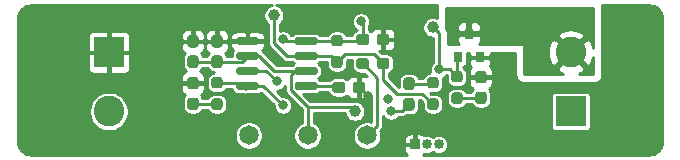
<source format=gbr>
%TF.GenerationSoftware,KiCad,Pcbnew,(5.1.10)-1*%
%TF.CreationDate,2021-06-27T21:28:02-04:00*%
%TF.ProjectId,PWM_Generator,50574d5f-4765-46e6-9572-61746f722e6b,rev?*%
%TF.SameCoordinates,Original*%
%TF.FileFunction,Copper,L1,Top*%
%TF.FilePolarity,Positive*%
%FSLAX46Y46*%
G04 Gerber Fmt 4.6, Leading zero omitted, Abs format (unit mm)*
G04 Created by KiCad (PCBNEW (5.1.10)-1) date 2021-06-27 21:28:02*
%MOMM*%
%LPD*%
G01*
G04 APERTURE LIST*
%TA.AperFunction,ComponentPad*%
%ADD10O,0.850000X0.850000*%
%TD*%
%TA.AperFunction,ComponentPad*%
%ADD11R,0.850000X0.850000*%
%TD*%
%TA.AperFunction,ComponentPad*%
%ADD12C,1.651000*%
%TD*%
%TA.AperFunction,SMDPad,CuDef*%
%ADD13C,1.000000*%
%TD*%
%TA.AperFunction,SMDPad,CuDef*%
%ADD14R,0.800000X0.900000*%
%TD*%
%TA.AperFunction,ComponentPad*%
%ADD15C,2.600000*%
%TD*%
%TA.AperFunction,ComponentPad*%
%ADD16R,2.600000X2.600000*%
%TD*%
%TA.AperFunction,ViaPad*%
%ADD17C,0.800000*%
%TD*%
%TA.AperFunction,Conductor*%
%ADD18C,0.250000*%
%TD*%
%TA.AperFunction,Conductor*%
%ADD19C,0.254000*%
%TD*%
%TA.AperFunction,Conductor*%
%ADD20C,0.100000*%
%TD*%
G04 APERTURE END LIST*
D10*
%TO.P,J3,3*%
%TO.N,/OUT*%
X124936000Y-90678000D03*
%TO.P,J3,2*%
%TO.N,VCC*%
X123936000Y-90678000D03*
D11*
%TO.P,J3,1*%
%TO.N,GND*%
X122936000Y-90678000D03*
%TD*%
D12*
%TO.P,R3,3*%
%TO.N,Net-(D2-Pad1)*%
X118872000Y-89916000D03*
%TO.P,R3,2*%
%TO.N,/TRIG*%
X113850420Y-89916000D03*
%TO.P,R3,1*%
%TO.N,Net-(D3-Pad2)*%
X108872020Y-89916000D03*
%TD*%
D13*
%TO.P,TP3,1*%
%TO.N,/OUT*%
X124460000Y-80772000D03*
%TD*%
%TO.P,TP2,1*%
%TO.N,Net-(D2-Pad2)*%
X110998000Y-79756000D03*
%TD*%
%TO.P,TP1,1*%
%TO.N,/TRIG*%
X117856000Y-87884000D03*
%TD*%
%TO.P,U1,8*%
%TO.N,VCC*%
%TA.AperFunction,SMDPad,CuDef*%
G36*
G01*
X112752000Y-82065000D02*
X112752000Y-81765000D01*
G75*
G02*
X112902000Y-81615000I150000J0D01*
G01*
X114552000Y-81615000D01*
G75*
G02*
X114702000Y-81765000I0J-150000D01*
G01*
X114702000Y-82065000D01*
G75*
G02*
X114552000Y-82215000I-150000J0D01*
G01*
X112902000Y-82215000D01*
G75*
G02*
X112752000Y-82065000I0J150000D01*
G01*
G37*
%TD.AperFunction*%
%TO.P,U1,7*%
%TO.N,Net-(D2-Pad2)*%
%TA.AperFunction,SMDPad,CuDef*%
G36*
G01*
X112752000Y-83335000D02*
X112752000Y-83035000D01*
G75*
G02*
X112902000Y-82885000I150000J0D01*
G01*
X114552000Y-82885000D01*
G75*
G02*
X114702000Y-83035000I0J-150000D01*
G01*
X114702000Y-83335000D01*
G75*
G02*
X114552000Y-83485000I-150000J0D01*
G01*
X112902000Y-83485000D01*
G75*
G02*
X112752000Y-83335000I0J150000D01*
G01*
G37*
%TD.AperFunction*%
%TO.P,U1,6*%
%TO.N,/TRIG*%
%TA.AperFunction,SMDPad,CuDef*%
G36*
G01*
X112752000Y-84605000D02*
X112752000Y-84305000D01*
G75*
G02*
X112902000Y-84155000I150000J0D01*
G01*
X114552000Y-84155000D01*
G75*
G02*
X114702000Y-84305000I0J-150000D01*
G01*
X114702000Y-84605000D01*
G75*
G02*
X114552000Y-84755000I-150000J0D01*
G01*
X112902000Y-84755000D01*
G75*
G02*
X112752000Y-84605000I0J150000D01*
G01*
G37*
%TD.AperFunction*%
%TO.P,U1,5*%
%TO.N,Net-(C1-Pad1)*%
%TA.AperFunction,SMDPad,CuDef*%
G36*
G01*
X112752000Y-85875000D02*
X112752000Y-85575000D01*
G75*
G02*
X112902000Y-85425000I150000J0D01*
G01*
X114552000Y-85425000D01*
G75*
G02*
X114702000Y-85575000I0J-150000D01*
G01*
X114702000Y-85875000D01*
G75*
G02*
X114552000Y-86025000I-150000J0D01*
G01*
X112902000Y-86025000D01*
G75*
G02*
X112752000Y-85875000I0J150000D01*
G01*
G37*
%TD.AperFunction*%
%TO.P,U1,4*%
%TO.N,VCC*%
%TA.AperFunction,SMDPad,CuDef*%
G36*
G01*
X107802000Y-85875000D02*
X107802000Y-85575000D01*
G75*
G02*
X107952000Y-85425000I150000J0D01*
G01*
X109602000Y-85425000D01*
G75*
G02*
X109752000Y-85575000I0J-150000D01*
G01*
X109752000Y-85875000D01*
G75*
G02*
X109602000Y-86025000I-150000J0D01*
G01*
X107952000Y-86025000D01*
G75*
G02*
X107802000Y-85875000I0J150000D01*
G01*
G37*
%TD.AperFunction*%
%TO.P,U1,3*%
%TO.N,/OUT*%
%TA.AperFunction,SMDPad,CuDef*%
G36*
G01*
X107802000Y-84605000D02*
X107802000Y-84305000D01*
G75*
G02*
X107952000Y-84155000I150000J0D01*
G01*
X109602000Y-84155000D01*
G75*
G02*
X109752000Y-84305000I0J-150000D01*
G01*
X109752000Y-84605000D01*
G75*
G02*
X109602000Y-84755000I-150000J0D01*
G01*
X107952000Y-84755000D01*
G75*
G02*
X107802000Y-84605000I0J150000D01*
G01*
G37*
%TD.AperFunction*%
%TO.P,U1,2*%
%TO.N,/TRIG*%
%TA.AperFunction,SMDPad,CuDef*%
G36*
G01*
X107802000Y-83335000D02*
X107802000Y-83035000D01*
G75*
G02*
X107952000Y-82885000I150000J0D01*
G01*
X109602000Y-82885000D01*
G75*
G02*
X109752000Y-83035000I0J-150000D01*
G01*
X109752000Y-83335000D01*
G75*
G02*
X109602000Y-83485000I-150000J0D01*
G01*
X107952000Y-83485000D01*
G75*
G02*
X107802000Y-83335000I0J150000D01*
G01*
G37*
%TD.AperFunction*%
%TO.P,U1,1*%
%TO.N,GND*%
%TA.AperFunction,SMDPad,CuDef*%
G36*
G01*
X107802000Y-82065000D02*
X107802000Y-81765000D01*
G75*
G02*
X107952000Y-81615000I150000J0D01*
G01*
X109602000Y-81615000D01*
G75*
G02*
X109752000Y-81765000I0J-150000D01*
G01*
X109752000Y-82065000D01*
G75*
G02*
X109602000Y-82215000I-150000J0D01*
G01*
X107952000Y-82215000D01*
G75*
G02*
X107802000Y-82065000I0J150000D01*
G01*
G37*
%TD.AperFunction*%
%TD*%
%TO.P,R5,2*%
%TO.N,Net-(D4-Pad2)*%
%TA.AperFunction,SMDPad,CuDef*%
G36*
G01*
X126254500Y-86277000D02*
X126729500Y-86277000D01*
G75*
G02*
X126967000Y-86514500I0J-237500D01*
G01*
X126967000Y-87014500D01*
G75*
G02*
X126729500Y-87252000I-237500J0D01*
G01*
X126254500Y-87252000D01*
G75*
G02*
X126017000Y-87014500I0J237500D01*
G01*
X126017000Y-86514500D01*
G75*
G02*
X126254500Y-86277000I237500J0D01*
G01*
G37*
%TD.AperFunction*%
%TO.P,R5,1*%
%TO.N,/OUT*%
%TA.AperFunction,SMDPad,CuDef*%
G36*
G01*
X126254500Y-84452000D02*
X126729500Y-84452000D01*
G75*
G02*
X126967000Y-84689500I0J-237500D01*
G01*
X126967000Y-85189500D01*
G75*
G02*
X126729500Y-85427000I-237500J0D01*
G01*
X126254500Y-85427000D01*
G75*
G02*
X126017000Y-85189500I0J237500D01*
G01*
X126017000Y-84689500D01*
G75*
G02*
X126254500Y-84452000I237500J0D01*
G01*
G37*
%TD.AperFunction*%
%TD*%
%TO.P,R4,2*%
%TO.N,Net-(D3-Pad1)*%
%TA.AperFunction,SMDPad,CuDef*%
G36*
G01*
X124697500Y-85935000D02*
X124222500Y-85935000D01*
G75*
G02*
X123985000Y-85697500I0J237500D01*
G01*
X123985000Y-85197500D01*
G75*
G02*
X124222500Y-84960000I237500J0D01*
G01*
X124697500Y-84960000D01*
G75*
G02*
X124935000Y-85197500I0J-237500D01*
G01*
X124935000Y-85697500D01*
G75*
G02*
X124697500Y-85935000I-237500J0D01*
G01*
G37*
%TD.AperFunction*%
%TO.P,R4,1*%
%TO.N,Net-(D2-Pad2)*%
%TA.AperFunction,SMDPad,CuDef*%
G36*
G01*
X124697500Y-87760000D02*
X124222500Y-87760000D01*
G75*
G02*
X123985000Y-87522500I0J237500D01*
G01*
X123985000Y-87022500D01*
G75*
G02*
X124222500Y-86785000I237500J0D01*
G01*
X124697500Y-86785000D01*
G75*
G02*
X124935000Y-87022500I0J-237500D01*
G01*
X124935000Y-87522500D01*
G75*
G02*
X124697500Y-87760000I-237500J0D01*
G01*
G37*
%TD.AperFunction*%
%TD*%
%TO.P,R2,2*%
%TO.N,Net-(D2-Pad2)*%
%TA.AperFunction,SMDPad,CuDef*%
G36*
G01*
X116094500Y-83229000D02*
X116569500Y-83229000D01*
G75*
G02*
X116807000Y-83466500I0J-237500D01*
G01*
X116807000Y-83966500D01*
G75*
G02*
X116569500Y-84204000I-237500J0D01*
G01*
X116094500Y-84204000D01*
G75*
G02*
X115857000Y-83966500I0J237500D01*
G01*
X115857000Y-83466500D01*
G75*
G02*
X116094500Y-83229000I237500J0D01*
G01*
G37*
%TD.AperFunction*%
%TO.P,R2,1*%
%TO.N,VCC*%
%TA.AperFunction,SMDPad,CuDef*%
G36*
G01*
X116094500Y-81404000D02*
X116569500Y-81404000D01*
G75*
G02*
X116807000Y-81641500I0J-237500D01*
G01*
X116807000Y-82141500D01*
G75*
G02*
X116569500Y-82379000I-237500J0D01*
G01*
X116094500Y-82379000D01*
G75*
G02*
X115857000Y-82141500I0J237500D01*
G01*
X115857000Y-81641500D01*
G75*
G02*
X116094500Y-81404000I237500J0D01*
G01*
G37*
%TD.AperFunction*%
%TD*%
%TO.P,R1,2*%
%TO.N,Net-(D1-Pad2)*%
%TA.AperFunction,SMDPad,CuDef*%
G36*
G01*
X105934500Y-86785000D02*
X106409500Y-86785000D01*
G75*
G02*
X106647000Y-87022500I0J-237500D01*
G01*
X106647000Y-87522500D01*
G75*
G02*
X106409500Y-87760000I-237500J0D01*
G01*
X105934500Y-87760000D01*
G75*
G02*
X105697000Y-87522500I0J237500D01*
G01*
X105697000Y-87022500D01*
G75*
G02*
X105934500Y-86785000I237500J0D01*
G01*
G37*
%TD.AperFunction*%
%TO.P,R1,1*%
%TO.N,VCC*%
%TA.AperFunction,SMDPad,CuDef*%
G36*
G01*
X105934500Y-84960000D02*
X106409500Y-84960000D01*
G75*
G02*
X106647000Y-85197500I0J-237500D01*
G01*
X106647000Y-85697500D01*
G75*
G02*
X106409500Y-85935000I-237500J0D01*
G01*
X105934500Y-85935000D01*
G75*
G02*
X105697000Y-85697500I0J237500D01*
G01*
X105697000Y-85197500D01*
G75*
G02*
X105934500Y-84960000I237500J0D01*
G01*
G37*
%TD.AperFunction*%
%TD*%
D14*
%TO.P,Q1,3*%
%TO.N,Net-(J2-Pad2)*%
X127508000Y-81296000D03*
%TO.P,Q1,2*%
%TO.N,GND*%
X128458000Y-83296000D03*
%TO.P,Q1,1*%
%TO.N,/OUT*%
X126558000Y-83296000D03*
%TD*%
D15*
%TO.P,J2,2*%
%TO.N,Net-(J2-Pad2)*%
X136144000Y-82884000D03*
D16*
%TO.P,J2,1*%
%TO.N,VCC*%
X136144000Y-87884000D03*
%TD*%
D15*
%TO.P,J1,2*%
%TO.N,VCC*%
X97028000Y-87884000D03*
D16*
%TO.P,J1,1*%
%TO.N,GND*%
X97028000Y-82884000D03*
%TD*%
%TO.P,D4,2*%
%TO.N,Net-(D4-Pad2)*%
%TA.AperFunction,SMDPad,CuDef*%
G36*
G01*
X128286500Y-86202000D02*
X128761500Y-86202000D01*
G75*
G02*
X128999000Y-86439500I0J-237500D01*
G01*
X128999000Y-87014500D01*
G75*
G02*
X128761500Y-87252000I-237500J0D01*
G01*
X128286500Y-87252000D01*
G75*
G02*
X128049000Y-87014500I0J237500D01*
G01*
X128049000Y-86439500D01*
G75*
G02*
X128286500Y-86202000I237500J0D01*
G01*
G37*
%TD.AperFunction*%
%TO.P,D4,1*%
%TO.N,GND*%
%TA.AperFunction,SMDPad,CuDef*%
G36*
G01*
X128286500Y-84452000D02*
X128761500Y-84452000D01*
G75*
G02*
X128999000Y-84689500I0J-237500D01*
G01*
X128999000Y-85264500D01*
G75*
G02*
X128761500Y-85502000I-237500J0D01*
G01*
X128286500Y-85502000D01*
G75*
G02*
X128049000Y-85264500I0J237500D01*
G01*
X128049000Y-84689500D01*
G75*
G02*
X128286500Y-84452000I237500J0D01*
G01*
G37*
%TD.AperFunction*%
%TD*%
%TO.P,D3,2*%
%TO.N,Net-(D3-Pad2)*%
%TA.AperFunction,SMDPad,CuDef*%
G36*
G01*
X122190500Y-86755000D02*
X122665500Y-86755000D01*
G75*
G02*
X122903000Y-86992500I0J-237500D01*
G01*
X122903000Y-87567500D01*
G75*
G02*
X122665500Y-87805000I-237500J0D01*
G01*
X122190500Y-87805000D01*
G75*
G02*
X121953000Y-87567500I0J237500D01*
G01*
X121953000Y-86992500D01*
G75*
G02*
X122190500Y-86755000I237500J0D01*
G01*
G37*
%TD.AperFunction*%
%TO.P,D3,1*%
%TO.N,Net-(D3-Pad1)*%
%TA.AperFunction,SMDPad,CuDef*%
G36*
G01*
X122190500Y-85005000D02*
X122665500Y-85005000D01*
G75*
G02*
X122903000Y-85242500I0J-237500D01*
G01*
X122903000Y-85817500D01*
G75*
G02*
X122665500Y-86055000I-237500J0D01*
G01*
X122190500Y-86055000D01*
G75*
G02*
X121953000Y-85817500I0J237500D01*
G01*
X121953000Y-85242500D01*
G75*
G02*
X122190500Y-85005000I237500J0D01*
G01*
G37*
%TD.AperFunction*%
%TD*%
%TO.P,D2,2*%
%TO.N,Net-(D2-Pad2)*%
%TA.AperFunction,SMDPad,CuDef*%
G36*
G01*
X119730000Y-84057500D02*
X119730000Y-83582500D01*
G75*
G02*
X119967500Y-83345000I237500J0D01*
G01*
X120542500Y-83345000D01*
G75*
G02*
X120780000Y-83582500I0J-237500D01*
G01*
X120780000Y-84057500D01*
G75*
G02*
X120542500Y-84295000I-237500J0D01*
G01*
X119967500Y-84295000D01*
G75*
G02*
X119730000Y-84057500I0J237500D01*
G01*
G37*
%TD.AperFunction*%
%TO.P,D2,1*%
%TO.N,Net-(D2-Pad1)*%
%TA.AperFunction,SMDPad,CuDef*%
G36*
G01*
X117980000Y-84057500D02*
X117980000Y-83582500D01*
G75*
G02*
X118217500Y-83345000I237500J0D01*
G01*
X118792500Y-83345000D01*
G75*
G02*
X119030000Y-83582500I0J-237500D01*
G01*
X119030000Y-84057500D01*
G75*
G02*
X118792500Y-84295000I-237500J0D01*
G01*
X118217500Y-84295000D01*
G75*
G02*
X117980000Y-84057500I0J237500D01*
G01*
G37*
%TD.AperFunction*%
%TD*%
%TO.P,D1,2*%
%TO.N,Net-(D1-Pad2)*%
%TA.AperFunction,SMDPad,CuDef*%
G36*
G01*
X103902500Y-86710000D02*
X104377500Y-86710000D01*
G75*
G02*
X104615000Y-86947500I0J-237500D01*
G01*
X104615000Y-87522500D01*
G75*
G02*
X104377500Y-87760000I-237500J0D01*
G01*
X103902500Y-87760000D01*
G75*
G02*
X103665000Y-87522500I0J237500D01*
G01*
X103665000Y-86947500D01*
G75*
G02*
X103902500Y-86710000I237500J0D01*
G01*
G37*
%TD.AperFunction*%
%TO.P,D1,1*%
%TO.N,GND*%
%TA.AperFunction,SMDPad,CuDef*%
G36*
G01*
X103902500Y-84960000D02*
X104377500Y-84960000D01*
G75*
G02*
X104615000Y-85197500I0J-237500D01*
G01*
X104615000Y-85772500D01*
G75*
G02*
X104377500Y-86010000I-237500J0D01*
G01*
X103902500Y-86010000D01*
G75*
G02*
X103665000Y-85772500I0J237500D01*
G01*
X103665000Y-85197500D01*
G75*
G02*
X103902500Y-84960000I237500J0D01*
G01*
G37*
%TD.AperFunction*%
%TD*%
%TO.P,C4,2*%
%TO.N,GND*%
%TA.AperFunction,SMDPad,CuDef*%
G36*
G01*
X104377500Y-82479000D02*
X103902500Y-82479000D01*
G75*
G02*
X103665000Y-82241500I0J237500D01*
G01*
X103665000Y-81641500D01*
G75*
G02*
X103902500Y-81404000I237500J0D01*
G01*
X104377500Y-81404000D01*
G75*
G02*
X104615000Y-81641500I0J-237500D01*
G01*
X104615000Y-82241500D01*
G75*
G02*
X104377500Y-82479000I-237500J0D01*
G01*
G37*
%TD.AperFunction*%
%TO.P,C4,1*%
%TO.N,/TRIG*%
%TA.AperFunction,SMDPad,CuDef*%
G36*
G01*
X104377500Y-84204000D02*
X103902500Y-84204000D01*
G75*
G02*
X103665000Y-83966500I0J237500D01*
G01*
X103665000Y-83366500D01*
G75*
G02*
X103902500Y-83129000I237500J0D01*
G01*
X104377500Y-83129000D01*
G75*
G02*
X104615000Y-83366500I0J-237500D01*
G01*
X104615000Y-83966500D01*
G75*
G02*
X104377500Y-84204000I-237500J0D01*
G01*
G37*
%TD.AperFunction*%
%TD*%
%TO.P,C3,2*%
%TO.N,GND*%
%TA.AperFunction,SMDPad,CuDef*%
G36*
G01*
X106409500Y-82479000D02*
X105934500Y-82479000D01*
G75*
G02*
X105697000Y-82241500I0J237500D01*
G01*
X105697000Y-81641500D01*
G75*
G02*
X105934500Y-81404000I237500J0D01*
G01*
X106409500Y-81404000D01*
G75*
G02*
X106647000Y-81641500I0J-237500D01*
G01*
X106647000Y-82241500D01*
G75*
G02*
X106409500Y-82479000I-237500J0D01*
G01*
G37*
%TD.AperFunction*%
%TO.P,C3,1*%
%TO.N,/TRIG*%
%TA.AperFunction,SMDPad,CuDef*%
G36*
G01*
X106409500Y-84204000D02*
X105934500Y-84204000D01*
G75*
G02*
X105697000Y-83966500I0J237500D01*
G01*
X105697000Y-83366500D01*
G75*
G02*
X105934500Y-83129000I237500J0D01*
G01*
X106409500Y-83129000D01*
G75*
G02*
X106647000Y-83366500I0J-237500D01*
G01*
X106647000Y-83966500D01*
G75*
G02*
X106409500Y-84204000I-237500J0D01*
G01*
G37*
%TD.AperFunction*%
%TD*%
%TO.P,C2,2*%
%TO.N,GND*%
%TA.AperFunction,SMDPad,CuDef*%
G36*
G01*
X119705000Y-82025500D02*
X119705000Y-81550500D01*
G75*
G02*
X119942500Y-81313000I237500J0D01*
G01*
X120542500Y-81313000D01*
G75*
G02*
X120780000Y-81550500I0J-237500D01*
G01*
X120780000Y-82025500D01*
G75*
G02*
X120542500Y-82263000I-237500J0D01*
G01*
X119942500Y-82263000D01*
G75*
G02*
X119705000Y-82025500I0J237500D01*
G01*
G37*
%TD.AperFunction*%
%TO.P,C2,1*%
%TO.N,VCC*%
%TA.AperFunction,SMDPad,CuDef*%
G36*
G01*
X117980000Y-82025500D02*
X117980000Y-81550500D01*
G75*
G02*
X118217500Y-81313000I237500J0D01*
G01*
X118817500Y-81313000D01*
G75*
G02*
X119055000Y-81550500I0J-237500D01*
G01*
X119055000Y-82025500D01*
G75*
G02*
X118817500Y-82263000I-237500J0D01*
G01*
X118217500Y-82263000D01*
G75*
G02*
X117980000Y-82025500I0J237500D01*
G01*
G37*
%TD.AperFunction*%
%TD*%
%TO.P,C1,2*%
%TO.N,GND*%
%TA.AperFunction,SMDPad,CuDef*%
G36*
G01*
X117673000Y-86089500D02*
X117673000Y-85614500D01*
G75*
G02*
X117910500Y-85377000I237500J0D01*
G01*
X118510500Y-85377000D01*
G75*
G02*
X118748000Y-85614500I0J-237500D01*
G01*
X118748000Y-86089500D01*
G75*
G02*
X118510500Y-86327000I-237500J0D01*
G01*
X117910500Y-86327000D01*
G75*
G02*
X117673000Y-86089500I0J237500D01*
G01*
G37*
%TD.AperFunction*%
%TO.P,C1,1*%
%TO.N,Net-(C1-Pad1)*%
%TA.AperFunction,SMDPad,CuDef*%
G36*
G01*
X115948000Y-86089500D02*
X115948000Y-85614500D01*
G75*
G02*
X116185500Y-85377000I237500J0D01*
G01*
X116785500Y-85377000D01*
G75*
G02*
X117023000Y-85614500I0J-237500D01*
G01*
X117023000Y-86089500D01*
G75*
G02*
X116785500Y-86327000I-237500J0D01*
G01*
X116185500Y-86327000D01*
G75*
G02*
X115948000Y-86089500I0J237500D01*
G01*
G37*
%TD.AperFunction*%
%TD*%
D17*
%TO.N,GND*%
X119888000Y-80518000D03*
X118972499Y-86614000D03*
%TO.N,VCC*%
X111760000Y-87376000D03*
X111760000Y-81788000D03*
X118364000Y-80264000D03*
X120650000Y-86868000D03*
%TO.N,Net-(D3-Pad2)*%
X120904000Y-87884000D03*
%TO.N,/OUT*%
X111252000Y-85344000D03*
X124968000Y-84328000D03*
%TD*%
D18*
%TO.N,GND*%
X120242500Y-80872500D02*
X119888000Y-80518000D01*
X120242500Y-81788000D02*
X120242500Y-80872500D01*
X118210500Y-85852001D02*
X118972499Y-86614000D01*
X118210500Y-85852000D02*
X118210500Y-85852001D01*
%TO.N,Net-(C1-Pad1)*%
X116358500Y-85725000D02*
X116485500Y-85852000D01*
X113727000Y-85725000D02*
X116358500Y-85725000D01*
%TO.N,VCC*%
X108546500Y-85955500D02*
X108777000Y-85725000D01*
X116308500Y-81915000D02*
X116332000Y-81891500D01*
X113727000Y-81915000D02*
X116308500Y-81915000D01*
X118414000Y-81891500D02*
X118517500Y-81788000D01*
X116332000Y-81891500D02*
X118414000Y-81891500D01*
X108499500Y-85447500D02*
X108777000Y-85725000D01*
X106172000Y-85447500D02*
X108499500Y-85447500D01*
X113727000Y-81915000D02*
X111887000Y-81915000D01*
X108777000Y-85725000D02*
X110109000Y-85725000D01*
X111887000Y-81915000D02*
X111760000Y-81788000D01*
X110109000Y-85725000D02*
X111760000Y-87376000D01*
X118517500Y-80417500D02*
X118364000Y-80264000D01*
X118517500Y-81788000D02*
X118517500Y-80417500D01*
%TO.N,/TRIG*%
X104140000Y-83666500D02*
X106172000Y-83666500D01*
X108295500Y-83666500D02*
X108777000Y-83185000D01*
X106172000Y-83666500D02*
X108295500Y-83666500D01*
X111022000Y-84455000D02*
X113727000Y-84455000D01*
X109752000Y-83185000D02*
X111022000Y-84455000D01*
X108777000Y-83185000D02*
X109752000Y-83185000D01*
X112426990Y-84780010D02*
X112752000Y-84455000D01*
X112426990Y-86071758D02*
X112426990Y-84780010D01*
X112752000Y-84455000D02*
X113727000Y-84455000D01*
X113850420Y-87495188D02*
X112426990Y-86071758D01*
X113850420Y-89916000D02*
X113850420Y-87495188D01*
X117467188Y-87495188D02*
X117856000Y-87884000D01*
X113850420Y-87495188D02*
X117467188Y-87495188D01*
%TO.N,Net-(D1-Pad2)*%
X104177500Y-87272500D02*
X104140000Y-87235000D01*
X106172000Y-87272500D02*
X104177500Y-87272500D01*
%TO.N,Net-(D2-Pad2)*%
X115800500Y-83185000D02*
X116332000Y-83716500D01*
X113727000Y-83185000D02*
X115800500Y-83185000D01*
X119454990Y-83019990D02*
X120255000Y-83820000D01*
X117028510Y-83019990D02*
X119454990Y-83019990D01*
X116332000Y-83716500D02*
X117028510Y-83019990D01*
X120255000Y-85185510D02*
X120255000Y-83820000D01*
X112083998Y-83185000D02*
X113727000Y-83185000D01*
X110998000Y-82099002D02*
X112083998Y-83185000D01*
X110998000Y-79756000D02*
X110998000Y-82099002D01*
X123567510Y-86380010D02*
X121449500Y-86380010D01*
X121449500Y-86380010D02*
X120255000Y-85185510D01*
X124460000Y-87272500D02*
X123567510Y-86380010D01*
%TO.N,Net-(D2-Pad1)*%
X119697499Y-89090501D02*
X118872000Y-89916000D01*
X119697499Y-85012499D02*
X119697499Y-89090501D01*
X118505000Y-83820000D02*
X119697499Y-85012499D01*
%TO.N,Net-(D3-Pad2)*%
X121000000Y-87788000D02*
X120904000Y-87884000D01*
X121824000Y-87884000D02*
X122428000Y-87280000D01*
X120904000Y-87884000D02*
X121824000Y-87884000D01*
%TO.N,Net-(D3-Pad1)*%
X124377500Y-85530000D02*
X124460000Y-85447500D01*
X122428000Y-85530000D02*
X124377500Y-85530000D01*
%TO.N,Net-(D4-Pad2)*%
X128486500Y-86764500D02*
X128524000Y-86727000D01*
X126492000Y-86764500D02*
X128486500Y-86764500D01*
%TO.N,/OUT*%
X110363000Y-84455000D02*
X111252000Y-85344000D01*
X108777000Y-84455000D02*
X110363000Y-84455000D01*
X125880500Y-84328000D02*
X126492000Y-84939500D01*
X124968000Y-84328000D02*
X125880500Y-84328000D01*
X126492000Y-83362000D02*
X126558000Y-83296000D01*
X126492000Y-84939500D02*
X126492000Y-83362000D01*
X124968000Y-81280000D02*
X124460000Y-80772000D01*
X124968000Y-84328000D02*
X124968000Y-81280000D01*
%TD*%
D19*
%TO.N,GND*%
X110741022Y-78908856D02*
X110580690Y-78975268D01*
X110436395Y-79071682D01*
X110313682Y-79194395D01*
X110217268Y-79338690D01*
X110150856Y-79499022D01*
X110117000Y-79669229D01*
X110117000Y-79842771D01*
X110150856Y-80012978D01*
X110217268Y-80173310D01*
X110313682Y-80317605D01*
X110436395Y-80440318D01*
X110492000Y-80477472D01*
X110492001Y-82074146D01*
X110489553Y-82099002D01*
X110499322Y-82198194D01*
X110528255Y-82293576D01*
X110539310Y-82314258D01*
X110575242Y-82381481D01*
X110638474Y-82458529D01*
X110657780Y-82474373D01*
X111708626Y-83525220D01*
X111724471Y-83544527D01*
X111801519Y-83607759D01*
X111870215Y-83644478D01*
X111889423Y-83654745D01*
X111984804Y-83683678D01*
X111994692Y-83684652D01*
X112059144Y-83691000D01*
X112059151Y-83691000D01*
X112083997Y-83693447D01*
X112108843Y-83691000D01*
X112508172Y-83691000D01*
X112525223Y-83711777D01*
X112605968Y-83778043D01*
X112684464Y-83820000D01*
X112605968Y-83861957D01*
X112525223Y-83928223D01*
X112508172Y-83949000D01*
X111231592Y-83949000D01*
X110127376Y-82844785D01*
X110111527Y-82825473D01*
X110075459Y-82795873D01*
X110045043Y-82738968D01*
X109985381Y-82666270D01*
X110035595Y-82639430D01*
X110112948Y-82575948D01*
X110176430Y-82498595D01*
X110223602Y-82410344D01*
X110252650Y-82314585D01*
X110262458Y-82215000D01*
X110260000Y-82105500D01*
X110133000Y-81978500D01*
X108840500Y-81978500D01*
X108840500Y-81998500D01*
X108713500Y-81998500D01*
X108713500Y-81978500D01*
X107421000Y-81978500D01*
X107294000Y-82105500D01*
X107291542Y-82215000D01*
X107301350Y-82314585D01*
X107330398Y-82410344D01*
X107377570Y-82498595D01*
X107441052Y-82575948D01*
X107518405Y-82639430D01*
X107568619Y-82666270D01*
X107508957Y-82738968D01*
X107459717Y-82831090D01*
X107429395Y-82931047D01*
X107419157Y-83035000D01*
X107419157Y-83160500D01*
X106992146Y-83160500D01*
X106982622Y-83129105D01*
X106925296Y-83021856D01*
X106859357Y-82941508D01*
X106930595Y-82903430D01*
X107007948Y-82839948D01*
X107071430Y-82762595D01*
X107118602Y-82674344D01*
X107147650Y-82578585D01*
X107157458Y-82479000D01*
X107155000Y-82132000D01*
X107028000Y-82005000D01*
X106235500Y-82005000D01*
X106235500Y-82025000D01*
X106108500Y-82025000D01*
X106108500Y-82005000D01*
X105316000Y-82005000D01*
X105189000Y-82132000D01*
X105186542Y-82479000D01*
X105196350Y-82578585D01*
X105225398Y-82674344D01*
X105272570Y-82762595D01*
X105336052Y-82839948D01*
X105413405Y-82903430D01*
X105484643Y-82941508D01*
X105418704Y-83021856D01*
X105361378Y-83129105D01*
X105351854Y-83160500D01*
X104960146Y-83160500D01*
X104950622Y-83129105D01*
X104893296Y-83021856D01*
X104827357Y-82941508D01*
X104898595Y-82903430D01*
X104975948Y-82839948D01*
X105039430Y-82762595D01*
X105086602Y-82674344D01*
X105115650Y-82578585D01*
X105125458Y-82479000D01*
X105123000Y-82132000D01*
X104996000Y-82005000D01*
X104203500Y-82005000D01*
X104203500Y-82025000D01*
X104076500Y-82025000D01*
X104076500Y-82005000D01*
X103284000Y-82005000D01*
X103157000Y-82132000D01*
X103154542Y-82479000D01*
X103164350Y-82578585D01*
X103193398Y-82674344D01*
X103240570Y-82762595D01*
X103304052Y-82839948D01*
X103381405Y-82903430D01*
X103452643Y-82941508D01*
X103386704Y-83021856D01*
X103329378Y-83129105D01*
X103294077Y-83245477D01*
X103282157Y-83366500D01*
X103282157Y-83966500D01*
X103294077Y-84087523D01*
X103329378Y-84203895D01*
X103386704Y-84311144D01*
X103463851Y-84405149D01*
X103539482Y-84467217D01*
X103469656Y-84488398D01*
X103381405Y-84535570D01*
X103304052Y-84599052D01*
X103240570Y-84676405D01*
X103193398Y-84764656D01*
X103164350Y-84860415D01*
X103154542Y-84960000D01*
X103157000Y-85294500D01*
X103284000Y-85421500D01*
X104076500Y-85421500D01*
X104076500Y-85401500D01*
X104203500Y-85401500D01*
X104203500Y-85421500D01*
X104996000Y-85421500D01*
X105123000Y-85294500D01*
X105125458Y-84960000D01*
X105115650Y-84860415D01*
X105086602Y-84764656D01*
X105039430Y-84676405D01*
X104975948Y-84599052D01*
X104898595Y-84535570D01*
X104810344Y-84488398D01*
X104740518Y-84467217D01*
X104816149Y-84405149D01*
X104893296Y-84311144D01*
X104950622Y-84203895D01*
X104960146Y-84172500D01*
X105351854Y-84172500D01*
X105361378Y-84203895D01*
X105418704Y-84311144D01*
X105495851Y-84405149D01*
X105589856Y-84482296D01*
X105697105Y-84539622D01*
X105813477Y-84574923D01*
X105885329Y-84582000D01*
X105813477Y-84589077D01*
X105697105Y-84624378D01*
X105589856Y-84681704D01*
X105495851Y-84758851D01*
X105418704Y-84852856D01*
X105361378Y-84960105D01*
X105326077Y-85076477D01*
X105314157Y-85197500D01*
X105314157Y-85697500D01*
X105326077Y-85818523D01*
X105361378Y-85934895D01*
X105418704Y-86042144D01*
X105495851Y-86136149D01*
X105589856Y-86213296D01*
X105697105Y-86270622D01*
X105813477Y-86305923D01*
X105934500Y-86317843D01*
X106409500Y-86317843D01*
X106530523Y-86305923D01*
X106646895Y-86270622D01*
X106754144Y-86213296D01*
X106848149Y-86136149D01*
X106925296Y-86042144D01*
X106972677Y-85953500D01*
X107426888Y-85953500D01*
X107429395Y-85978953D01*
X107459717Y-86078910D01*
X107508957Y-86171032D01*
X107575223Y-86251777D01*
X107655968Y-86318043D01*
X107748090Y-86367283D01*
X107848047Y-86397605D01*
X107952000Y-86407843D01*
X108319370Y-86407843D01*
X108351926Y-86425245D01*
X108447308Y-86454178D01*
X108546500Y-86463947D01*
X108645692Y-86454178D01*
X108741074Y-86425245D01*
X108773630Y-86407843D01*
X109602000Y-86407843D01*
X109705953Y-86397605D01*
X109805910Y-86367283D01*
X109898032Y-86318043D01*
X109946596Y-86278187D01*
X110979000Y-87310592D01*
X110979000Y-87452922D01*
X111009013Y-87603809D01*
X111067887Y-87745942D01*
X111153358Y-87873859D01*
X111262141Y-87982642D01*
X111390058Y-88068113D01*
X111532191Y-88126987D01*
X111683078Y-88157000D01*
X111836922Y-88157000D01*
X111987809Y-88126987D01*
X112129942Y-88068113D01*
X112257859Y-87982642D01*
X112366642Y-87873859D01*
X112452113Y-87745942D01*
X112510987Y-87603809D01*
X112541000Y-87452922D01*
X112541000Y-87299078D01*
X112510987Y-87148191D01*
X112452113Y-87006058D01*
X112366642Y-86878141D01*
X112257859Y-86769358D01*
X112129942Y-86683887D01*
X111987809Y-86625013D01*
X111836922Y-86595000D01*
X111694592Y-86595000D01*
X111224591Y-86125000D01*
X111328922Y-86125000D01*
X111479809Y-86094987D01*
X111621942Y-86036113D01*
X111749859Y-85950642D01*
X111858642Y-85841859D01*
X111920990Y-85748548D01*
X111920990Y-86046911D01*
X111918543Y-86071758D01*
X111920990Y-86096604D01*
X111920990Y-86096611D01*
X111928312Y-86170950D01*
X111957245Y-86266332D01*
X112004231Y-86354237D01*
X112067463Y-86431285D01*
X112086775Y-86447134D01*
X113344421Y-87704781D01*
X113344420Y-88819685D01*
X113278928Y-88846813D01*
X113081321Y-88978850D01*
X112913270Y-89146901D01*
X112781233Y-89344508D01*
X112690285Y-89564077D01*
X112643920Y-89797170D01*
X112643920Y-90034830D01*
X112690285Y-90267923D01*
X112781233Y-90487492D01*
X112913270Y-90685099D01*
X113081321Y-90853150D01*
X113278928Y-90985187D01*
X113498497Y-91076135D01*
X113731590Y-91122500D01*
X113969250Y-91122500D01*
X114202343Y-91076135D01*
X114421912Y-90985187D01*
X114619519Y-90853150D01*
X114787570Y-90685099D01*
X114919607Y-90487492D01*
X115010555Y-90267923D01*
X115056920Y-90034830D01*
X115056920Y-89797170D01*
X115010555Y-89564077D01*
X114919607Y-89344508D01*
X114787570Y-89146901D01*
X114619519Y-88978850D01*
X114421912Y-88846813D01*
X114356420Y-88819685D01*
X114356420Y-88001188D01*
X116981050Y-88001188D01*
X117008856Y-88140978D01*
X117075268Y-88301310D01*
X117171682Y-88445605D01*
X117294395Y-88568318D01*
X117438690Y-88664732D01*
X117599022Y-88731144D01*
X117769229Y-88765000D01*
X117942771Y-88765000D01*
X118112978Y-88731144D01*
X118273310Y-88664732D01*
X118417605Y-88568318D01*
X118540318Y-88445605D01*
X118636732Y-88301310D01*
X118703144Y-88140978D01*
X118737000Y-87970771D01*
X118737000Y-87797229D01*
X118703144Y-87627022D01*
X118636732Y-87466690D01*
X118540318Y-87322395D01*
X118417605Y-87199682D01*
X118273310Y-87103268D01*
X118112978Y-87036856D01*
X117942771Y-87003000D01*
X117769229Y-87003000D01*
X117659639Y-87024799D01*
X117566381Y-86996510D01*
X117492042Y-86989188D01*
X117492034Y-86989188D01*
X117467188Y-86986741D01*
X117442342Y-86989188D01*
X114060012Y-86989188D01*
X113478666Y-86407843D01*
X114552000Y-86407843D01*
X114655953Y-86397605D01*
X114755910Y-86367283D01*
X114848032Y-86318043D01*
X114928777Y-86251777D01*
X114945828Y-86231000D01*
X115583289Y-86231000D01*
X115612378Y-86326895D01*
X115669704Y-86434144D01*
X115746851Y-86528149D01*
X115840856Y-86605296D01*
X115948105Y-86662622D01*
X116064477Y-86697923D01*
X116185500Y-86709843D01*
X116785500Y-86709843D01*
X116906523Y-86697923D01*
X117022895Y-86662622D01*
X117130144Y-86605296D01*
X117210492Y-86539357D01*
X117248570Y-86610595D01*
X117312052Y-86687948D01*
X117389405Y-86751430D01*
X117477656Y-86798602D01*
X117573415Y-86827650D01*
X117673000Y-86837458D01*
X118020000Y-86835000D01*
X118147000Y-86708000D01*
X118147000Y-85915500D01*
X118127000Y-85915500D01*
X118127000Y-85788500D01*
X118147000Y-85788500D01*
X118147000Y-84996000D01*
X118020000Y-84869000D01*
X117673000Y-84866542D01*
X117573415Y-84876350D01*
X117477656Y-84905398D01*
X117389405Y-84952570D01*
X117312052Y-85016052D01*
X117248570Y-85093405D01*
X117210492Y-85164643D01*
X117130144Y-85098704D01*
X117022895Y-85041378D01*
X116906523Y-85006077D01*
X116785500Y-84994157D01*
X116185500Y-84994157D01*
X116064477Y-85006077D01*
X115948105Y-85041378D01*
X115840856Y-85098704D01*
X115746851Y-85175851D01*
X115711440Y-85219000D01*
X114945828Y-85219000D01*
X114928777Y-85198223D01*
X114848032Y-85131957D01*
X114769536Y-85090000D01*
X114848032Y-85048043D01*
X114928777Y-84981777D01*
X114995043Y-84901032D01*
X115044283Y-84808910D01*
X115074605Y-84708953D01*
X115084843Y-84605000D01*
X115084843Y-84305000D01*
X115074605Y-84201047D01*
X115044283Y-84101090D01*
X114995043Y-84008968D01*
X114928777Y-83928223D01*
X114848032Y-83861957D01*
X114769536Y-83820000D01*
X114848032Y-83778043D01*
X114928777Y-83711777D01*
X114945828Y-83691000D01*
X115474157Y-83691000D01*
X115474157Y-83966500D01*
X115486077Y-84087523D01*
X115521378Y-84203895D01*
X115578704Y-84311144D01*
X115655851Y-84405149D01*
X115749856Y-84482296D01*
X115857105Y-84539622D01*
X115973477Y-84574923D01*
X116094500Y-84586843D01*
X116569500Y-84586843D01*
X116690523Y-84574923D01*
X116806895Y-84539622D01*
X116914144Y-84482296D01*
X117008149Y-84405149D01*
X117085296Y-84311144D01*
X117142622Y-84203895D01*
X117177923Y-84087523D01*
X117189843Y-83966500D01*
X117189843Y-83574249D01*
X117238102Y-83525990D01*
X117602723Y-83525990D01*
X117597157Y-83582500D01*
X117597157Y-84057500D01*
X117609077Y-84178523D01*
X117644378Y-84294895D01*
X117701704Y-84402144D01*
X117778851Y-84496149D01*
X117872856Y-84573296D01*
X117980105Y-84630622D01*
X118096477Y-84665923D01*
X118217500Y-84677843D01*
X118647252Y-84677843D01*
X118845559Y-84876150D01*
X118748000Y-84866542D01*
X118401000Y-84869000D01*
X118274000Y-84996000D01*
X118274000Y-85788500D01*
X118294000Y-85788500D01*
X118294000Y-85915500D01*
X118274000Y-85915500D01*
X118274000Y-86708000D01*
X118401000Y-86835000D01*
X118748000Y-86837458D01*
X118847585Y-86827650D01*
X118943344Y-86798602D01*
X119031595Y-86751430D01*
X119108948Y-86687948D01*
X119172430Y-86610595D01*
X119191499Y-86574919D01*
X119191500Y-88749416D01*
X118990830Y-88709500D01*
X118753170Y-88709500D01*
X118520077Y-88755865D01*
X118300508Y-88846813D01*
X118102901Y-88978850D01*
X117934850Y-89146901D01*
X117802813Y-89344508D01*
X117711865Y-89564077D01*
X117665500Y-89797170D01*
X117665500Y-90034830D01*
X117711865Y-90267923D01*
X117802813Y-90487492D01*
X117934850Y-90685099D01*
X118102901Y-90853150D01*
X118300508Y-90985187D01*
X118520077Y-91076135D01*
X118753170Y-91122500D01*
X118990830Y-91122500D01*
X119223923Y-91076135D01*
X119443492Y-90985187D01*
X119641099Y-90853150D01*
X119809150Y-90685099D01*
X119941187Y-90487492D01*
X120032135Y-90267923D01*
X120035103Y-90253000D01*
X122000542Y-90253000D01*
X122003000Y-90487500D01*
X122130000Y-90614500D01*
X122872500Y-90614500D01*
X122872500Y-89872000D01*
X122745500Y-89745000D01*
X122511000Y-89742542D01*
X122411415Y-89752350D01*
X122315656Y-89781398D01*
X122227405Y-89828570D01*
X122150052Y-89892052D01*
X122086570Y-89969405D01*
X122039398Y-90057656D01*
X122010350Y-90153415D01*
X122000542Y-90253000D01*
X120035103Y-90253000D01*
X120078500Y-90034830D01*
X120078500Y-89797170D01*
X120032135Y-89564077D01*
X120005007Y-89498585D01*
X120037719Y-89465873D01*
X120057026Y-89450028D01*
X120120258Y-89372980D01*
X120167244Y-89285076D01*
X120196177Y-89189694D01*
X120203499Y-89115355D01*
X120205947Y-89090501D01*
X120203499Y-89065647D01*
X120203499Y-88233692D01*
X120211887Y-88253942D01*
X120297358Y-88381859D01*
X120406141Y-88490642D01*
X120534058Y-88576113D01*
X120676191Y-88634987D01*
X120827078Y-88665000D01*
X120980922Y-88665000D01*
X121131809Y-88634987D01*
X121273942Y-88576113D01*
X121401859Y-88490642D01*
X121502501Y-88390000D01*
X121799154Y-88390000D01*
X121824000Y-88392447D01*
X121848846Y-88390000D01*
X121848854Y-88390000D01*
X121923193Y-88382678D01*
X122018575Y-88353745D01*
X122106479Y-88306759D01*
X122183527Y-88243527D01*
X122199376Y-88224215D01*
X122235748Y-88187843D01*
X122665500Y-88187843D01*
X122786523Y-88175923D01*
X122902895Y-88140622D01*
X123010144Y-88083296D01*
X123104149Y-88006149D01*
X123181296Y-87912144D01*
X123238622Y-87804895D01*
X123273923Y-87688523D01*
X123285843Y-87567500D01*
X123285843Y-86992500D01*
X123275354Y-86886010D01*
X123357919Y-86886010D01*
X123602157Y-87130248D01*
X123602157Y-87522500D01*
X123614077Y-87643523D01*
X123649378Y-87759895D01*
X123706704Y-87867144D01*
X123783851Y-87961149D01*
X123877856Y-88038296D01*
X123985105Y-88095622D01*
X124101477Y-88130923D01*
X124222500Y-88142843D01*
X124697500Y-88142843D01*
X124818523Y-88130923D01*
X124934895Y-88095622D01*
X125042144Y-88038296D01*
X125136149Y-87961149D01*
X125213296Y-87867144D01*
X125270622Y-87759895D01*
X125305923Y-87643523D01*
X125317843Y-87522500D01*
X125317843Y-87022500D01*
X125305923Y-86901477D01*
X125270622Y-86785105D01*
X125213296Y-86677856D01*
X125136149Y-86583851D01*
X125051644Y-86514500D01*
X125634157Y-86514500D01*
X125634157Y-87014500D01*
X125646077Y-87135523D01*
X125681378Y-87251895D01*
X125738704Y-87359144D01*
X125815851Y-87453149D01*
X125909856Y-87530296D01*
X126017105Y-87587622D01*
X126133477Y-87622923D01*
X126254500Y-87634843D01*
X126729500Y-87634843D01*
X126850523Y-87622923D01*
X126966895Y-87587622D01*
X127074144Y-87530296D01*
X127168149Y-87453149D01*
X127245296Y-87359144D01*
X127292677Y-87270500D01*
X127723323Y-87270500D01*
X127770704Y-87359144D01*
X127847851Y-87453149D01*
X127941856Y-87530296D01*
X128049105Y-87587622D01*
X128165477Y-87622923D01*
X128286500Y-87634843D01*
X128761500Y-87634843D01*
X128882523Y-87622923D01*
X128998895Y-87587622D01*
X129106144Y-87530296D01*
X129200149Y-87453149D01*
X129277296Y-87359144D01*
X129334622Y-87251895D01*
X129369923Y-87135523D01*
X129381843Y-87014500D01*
X129381843Y-86584000D01*
X134461157Y-86584000D01*
X134461157Y-89184000D01*
X134468513Y-89258689D01*
X134490299Y-89330508D01*
X134525678Y-89396696D01*
X134573289Y-89454711D01*
X134631304Y-89502322D01*
X134697492Y-89537701D01*
X134769311Y-89559487D01*
X134844000Y-89566843D01*
X137444000Y-89566843D01*
X137518689Y-89559487D01*
X137590508Y-89537701D01*
X137656696Y-89502322D01*
X137714711Y-89454711D01*
X137762322Y-89396696D01*
X137797701Y-89330508D01*
X137819487Y-89258689D01*
X137826843Y-89184000D01*
X137826843Y-86584000D01*
X137819487Y-86509311D01*
X137797701Y-86437492D01*
X137762322Y-86371304D01*
X137714711Y-86313289D01*
X137656696Y-86265678D01*
X137590508Y-86230299D01*
X137518689Y-86208513D01*
X137444000Y-86201157D01*
X134844000Y-86201157D01*
X134769311Y-86208513D01*
X134697492Y-86230299D01*
X134631304Y-86265678D01*
X134573289Y-86313289D01*
X134525678Y-86371304D01*
X134490299Y-86437492D01*
X134468513Y-86509311D01*
X134461157Y-86584000D01*
X129381843Y-86584000D01*
X129381843Y-86439500D01*
X129369923Y-86318477D01*
X129334622Y-86202105D01*
X129277296Y-86094856D01*
X129200149Y-86000851D01*
X129174340Y-85979670D01*
X129194344Y-85973602D01*
X129282595Y-85926430D01*
X129359948Y-85862948D01*
X129423430Y-85785595D01*
X129470602Y-85697344D01*
X129499650Y-85601585D01*
X129509458Y-85502000D01*
X129507000Y-85167500D01*
X129380000Y-85040500D01*
X128587500Y-85040500D01*
X128587500Y-85060500D01*
X128460500Y-85060500D01*
X128460500Y-85040500D01*
X127668000Y-85040500D01*
X127541000Y-85167500D01*
X127538542Y-85502000D01*
X127548350Y-85601585D01*
X127577398Y-85697344D01*
X127624570Y-85785595D01*
X127688052Y-85862948D01*
X127765405Y-85926430D01*
X127853656Y-85973602D01*
X127873660Y-85979670D01*
X127847851Y-86000851D01*
X127770704Y-86094856D01*
X127713378Y-86202105D01*
X127696271Y-86258500D01*
X127292677Y-86258500D01*
X127245296Y-86169856D01*
X127168149Y-86075851D01*
X127074144Y-85998704D01*
X126966895Y-85941378D01*
X126850523Y-85906077D01*
X126729500Y-85894157D01*
X126254500Y-85894157D01*
X126133477Y-85906077D01*
X126017105Y-85941378D01*
X125909856Y-85998704D01*
X125815851Y-86075851D01*
X125738704Y-86169856D01*
X125681378Y-86277105D01*
X125646077Y-86393477D01*
X125634157Y-86514500D01*
X125051644Y-86514500D01*
X125042144Y-86506704D01*
X124934895Y-86449378D01*
X124818523Y-86414077D01*
X124697500Y-86402157D01*
X124305248Y-86402157D01*
X124220763Y-86317672D01*
X124222500Y-86317843D01*
X124697500Y-86317843D01*
X124818523Y-86305923D01*
X124934895Y-86270622D01*
X125042144Y-86213296D01*
X125136149Y-86136149D01*
X125213296Y-86042144D01*
X125270622Y-85934895D01*
X125305923Y-85818523D01*
X125317843Y-85697500D01*
X125317843Y-85197500D01*
X125305923Y-85076477D01*
X125294308Y-85038187D01*
X125337942Y-85020113D01*
X125465859Y-84934642D01*
X125566501Y-84834000D01*
X125634157Y-84834000D01*
X125634157Y-85189500D01*
X125646077Y-85310523D01*
X125681378Y-85426895D01*
X125738704Y-85534144D01*
X125815851Y-85628149D01*
X125909856Y-85705296D01*
X126017105Y-85762622D01*
X126133477Y-85797923D01*
X126254500Y-85809843D01*
X126729500Y-85809843D01*
X126850523Y-85797923D01*
X126966895Y-85762622D01*
X127074144Y-85705296D01*
X127168149Y-85628149D01*
X127245296Y-85534144D01*
X127302622Y-85426895D01*
X127337923Y-85310523D01*
X127349843Y-85189500D01*
X127349843Y-84689500D01*
X127337923Y-84568477D01*
X127302622Y-84452105D01*
X127302566Y-84452000D01*
X127538542Y-84452000D01*
X127541000Y-84786500D01*
X127668000Y-84913500D01*
X128460500Y-84913500D01*
X128460500Y-84893500D01*
X128587500Y-84893500D01*
X128587500Y-84913500D01*
X129380000Y-84913500D01*
X129507000Y-84786500D01*
X129509458Y-84452000D01*
X129499650Y-84352415D01*
X129470602Y-84256656D01*
X129423430Y-84168405D01*
X129359948Y-84091052D01*
X129283233Y-84028093D01*
X129329602Y-83941344D01*
X129358650Y-83845585D01*
X129368458Y-83746000D01*
X129366000Y-83486500D01*
X129239000Y-83359500D01*
X128521500Y-83359500D01*
X128521500Y-83379500D01*
X128394500Y-83379500D01*
X128394500Y-83359500D01*
X127677000Y-83359500D01*
X127550000Y-83486500D01*
X127547542Y-83746000D01*
X127557350Y-83845585D01*
X127586398Y-83941344D01*
X127633570Y-84029595D01*
X127686029Y-84093517D01*
X127624570Y-84168405D01*
X127577398Y-84256656D01*
X127548350Y-84352415D01*
X127538542Y-84452000D01*
X127302566Y-84452000D01*
X127245296Y-84344856D01*
X127168149Y-84250851D01*
X127074144Y-84173704D01*
X126998000Y-84133004D01*
X126998000Y-84124903D01*
X127032689Y-84121487D01*
X127104508Y-84099701D01*
X127170696Y-84064322D01*
X127228711Y-84016711D01*
X127276322Y-83958696D01*
X127311701Y-83892508D01*
X127333487Y-83820689D01*
X127340843Y-83746000D01*
X127340843Y-82931000D01*
X127548347Y-82931000D01*
X127550000Y-83105500D01*
X127677000Y-83232500D01*
X128394500Y-83232500D01*
X128394500Y-83212500D01*
X128521500Y-83212500D01*
X128521500Y-83232500D01*
X129239000Y-83232500D01*
X129366000Y-83105500D01*
X129367653Y-82931000D01*
X131445000Y-82931000D01*
X131445000Y-84836000D01*
X131457201Y-84959882D01*
X131493336Y-85079004D01*
X131552017Y-85188787D01*
X131630987Y-85285013D01*
X131727213Y-85363983D01*
X131836996Y-85422664D01*
X131956118Y-85458799D01*
X132080000Y-85471000D01*
X138176000Y-85471000D01*
X138299882Y-85458799D01*
X138419004Y-85422664D01*
X138528787Y-85363983D01*
X138625013Y-85285013D01*
X138703983Y-85188787D01*
X138762664Y-85079004D01*
X138798799Y-84959882D01*
X138811000Y-84836000D01*
X138811000Y-78892000D01*
X142728147Y-78892000D01*
X142964771Y-78915201D01*
X143173296Y-78978158D01*
X143365613Y-79080415D01*
X143534410Y-79218082D01*
X143673250Y-79385911D01*
X143776848Y-79577513D01*
X143841258Y-79785588D01*
X143866001Y-80021000D01*
X143866000Y-90404147D01*
X143842799Y-90640775D01*
X143779841Y-90849296D01*
X143677583Y-91041616D01*
X143539918Y-91210409D01*
X143372090Y-91349249D01*
X143180491Y-91452847D01*
X142972414Y-91517258D01*
X142737009Y-91542000D01*
X123617337Y-91542000D01*
X123644595Y-91527430D01*
X123721948Y-91463948D01*
X123726700Y-91458158D01*
X123856616Y-91484000D01*
X124015384Y-91484000D01*
X124171102Y-91453026D01*
X124317784Y-91392268D01*
X124436000Y-91313279D01*
X124554216Y-91392268D01*
X124700898Y-91453026D01*
X124856616Y-91484000D01*
X125015384Y-91484000D01*
X125171102Y-91453026D01*
X125317784Y-91392268D01*
X125449795Y-91304061D01*
X125562061Y-91191795D01*
X125650268Y-91059784D01*
X125711026Y-90913102D01*
X125742000Y-90757384D01*
X125742000Y-90598616D01*
X125711026Y-90442898D01*
X125650268Y-90296216D01*
X125562061Y-90164205D01*
X125449795Y-90051939D01*
X125317784Y-89963732D01*
X125171102Y-89902974D01*
X125015384Y-89872000D01*
X124856616Y-89872000D01*
X124700898Y-89902974D01*
X124554216Y-89963732D01*
X124436000Y-90042721D01*
X124317784Y-89963732D01*
X124171102Y-89902974D01*
X124015384Y-89872000D01*
X123856616Y-89872000D01*
X123726700Y-89897842D01*
X123721948Y-89892052D01*
X123644595Y-89828570D01*
X123556344Y-89781398D01*
X123460585Y-89752350D01*
X123361000Y-89742542D01*
X123126500Y-89745000D01*
X122999500Y-89872000D01*
X122999500Y-90614500D01*
X123019500Y-90614500D01*
X123019500Y-90741500D01*
X122999500Y-90741500D01*
X122999500Y-90761500D01*
X122872500Y-90761500D01*
X122872500Y-90741500D01*
X122130000Y-90741500D01*
X122003000Y-90868500D01*
X122000542Y-91103000D01*
X122010350Y-91202585D01*
X122039398Y-91298344D01*
X122086570Y-91386595D01*
X122150052Y-91463948D01*
X122227405Y-91527430D01*
X122254663Y-91542000D01*
X90443853Y-91542000D01*
X90207225Y-91518799D01*
X89998704Y-91455841D01*
X89806384Y-91353583D01*
X89637591Y-91215918D01*
X89498751Y-91048090D01*
X89395153Y-90856491D01*
X89330742Y-90648414D01*
X89306000Y-90413009D01*
X89306000Y-89797170D01*
X107665520Y-89797170D01*
X107665520Y-90034830D01*
X107711885Y-90267923D01*
X107802833Y-90487492D01*
X107934870Y-90685099D01*
X108102921Y-90853150D01*
X108300528Y-90985187D01*
X108520097Y-91076135D01*
X108753190Y-91122500D01*
X108990850Y-91122500D01*
X109223943Y-91076135D01*
X109443512Y-90985187D01*
X109641119Y-90853150D01*
X109809170Y-90685099D01*
X109941207Y-90487492D01*
X110032155Y-90267923D01*
X110078520Y-90034830D01*
X110078520Y-89797170D01*
X110032155Y-89564077D01*
X109941207Y-89344508D01*
X109809170Y-89146901D01*
X109641119Y-88978850D01*
X109443512Y-88846813D01*
X109223943Y-88755865D01*
X108990850Y-88709500D01*
X108753190Y-88709500D01*
X108520097Y-88755865D01*
X108300528Y-88846813D01*
X108102921Y-88978850D01*
X107934870Y-89146901D01*
X107802833Y-89344508D01*
X107711885Y-89564077D01*
X107665520Y-89797170D01*
X89306000Y-89797170D01*
X89306000Y-87718436D01*
X95347000Y-87718436D01*
X95347000Y-88049564D01*
X95411600Y-88374330D01*
X95538317Y-88680252D01*
X95722282Y-88955575D01*
X95956425Y-89189718D01*
X96231748Y-89373683D01*
X96537670Y-89500400D01*
X96862436Y-89565000D01*
X97193564Y-89565000D01*
X97518330Y-89500400D01*
X97824252Y-89373683D01*
X98099575Y-89189718D01*
X98333718Y-88955575D01*
X98517683Y-88680252D01*
X98644400Y-88374330D01*
X98709000Y-88049564D01*
X98709000Y-87718436D01*
X98644400Y-87393670D01*
X98517683Y-87087748D01*
X98333718Y-86812425D01*
X98099575Y-86578282D01*
X97824252Y-86394317D01*
X97518330Y-86267600D01*
X97193564Y-86203000D01*
X96862436Y-86203000D01*
X96537670Y-86267600D01*
X96231748Y-86394317D01*
X95956425Y-86578282D01*
X95722282Y-86812425D01*
X95538317Y-87087748D01*
X95411600Y-87393670D01*
X95347000Y-87718436D01*
X89306000Y-87718436D01*
X89306000Y-86010000D01*
X103154542Y-86010000D01*
X103164350Y-86109585D01*
X103193398Y-86205344D01*
X103240570Y-86293595D01*
X103304052Y-86370948D01*
X103381405Y-86434430D01*
X103469656Y-86481602D01*
X103489660Y-86487670D01*
X103463851Y-86508851D01*
X103386704Y-86602856D01*
X103329378Y-86710105D01*
X103294077Y-86826477D01*
X103282157Y-86947500D01*
X103282157Y-87522500D01*
X103294077Y-87643523D01*
X103329378Y-87759895D01*
X103386704Y-87867144D01*
X103463851Y-87961149D01*
X103557856Y-88038296D01*
X103665105Y-88095622D01*
X103781477Y-88130923D01*
X103902500Y-88142843D01*
X104377500Y-88142843D01*
X104498523Y-88130923D01*
X104614895Y-88095622D01*
X104722144Y-88038296D01*
X104816149Y-87961149D01*
X104893296Y-87867144D01*
X104940677Y-87778500D01*
X105371323Y-87778500D01*
X105418704Y-87867144D01*
X105495851Y-87961149D01*
X105589856Y-88038296D01*
X105697105Y-88095622D01*
X105813477Y-88130923D01*
X105934500Y-88142843D01*
X106409500Y-88142843D01*
X106530523Y-88130923D01*
X106646895Y-88095622D01*
X106754144Y-88038296D01*
X106848149Y-87961149D01*
X106925296Y-87867144D01*
X106982622Y-87759895D01*
X107017923Y-87643523D01*
X107029843Y-87522500D01*
X107029843Y-87022500D01*
X107017923Y-86901477D01*
X106982622Y-86785105D01*
X106925296Y-86677856D01*
X106848149Y-86583851D01*
X106754144Y-86506704D01*
X106646895Y-86449378D01*
X106530523Y-86414077D01*
X106409500Y-86402157D01*
X105934500Y-86402157D01*
X105813477Y-86414077D01*
X105697105Y-86449378D01*
X105589856Y-86506704D01*
X105495851Y-86583851D01*
X105418704Y-86677856D01*
X105371323Y-86766500D01*
X104967729Y-86766500D01*
X104950622Y-86710105D01*
X104893296Y-86602856D01*
X104816149Y-86508851D01*
X104790340Y-86487670D01*
X104810344Y-86481602D01*
X104898595Y-86434430D01*
X104975948Y-86370948D01*
X105039430Y-86293595D01*
X105086602Y-86205344D01*
X105115650Y-86109585D01*
X105125458Y-86010000D01*
X105123000Y-85675500D01*
X104996000Y-85548500D01*
X104203500Y-85548500D01*
X104203500Y-85568500D01*
X104076500Y-85568500D01*
X104076500Y-85548500D01*
X103284000Y-85548500D01*
X103157000Y-85675500D01*
X103154542Y-86010000D01*
X89306000Y-86010000D01*
X89306000Y-84184000D01*
X95217542Y-84184000D01*
X95227350Y-84283585D01*
X95256398Y-84379344D01*
X95303570Y-84467595D01*
X95367052Y-84544948D01*
X95444405Y-84608430D01*
X95532656Y-84655602D01*
X95628415Y-84684650D01*
X95728000Y-84694458D01*
X96837500Y-84692000D01*
X96964500Y-84565000D01*
X96964500Y-82947500D01*
X97091500Y-82947500D01*
X97091500Y-84565000D01*
X97218500Y-84692000D01*
X98328000Y-84694458D01*
X98427585Y-84684650D01*
X98523344Y-84655602D01*
X98611595Y-84608430D01*
X98688948Y-84544948D01*
X98752430Y-84467595D01*
X98799602Y-84379344D01*
X98828650Y-84283585D01*
X98838458Y-84184000D01*
X98836000Y-83074500D01*
X98709000Y-82947500D01*
X97091500Y-82947500D01*
X96964500Y-82947500D01*
X95347000Y-82947500D01*
X95220000Y-83074500D01*
X95217542Y-84184000D01*
X89306000Y-84184000D01*
X89306000Y-81584000D01*
X95217542Y-81584000D01*
X95220000Y-82693500D01*
X95347000Y-82820500D01*
X96964500Y-82820500D01*
X96964500Y-81203000D01*
X97091500Y-81203000D01*
X97091500Y-82820500D01*
X98709000Y-82820500D01*
X98836000Y-82693500D01*
X98838458Y-81584000D01*
X98828650Y-81484415D01*
X98804257Y-81404000D01*
X103154542Y-81404000D01*
X103157000Y-81751000D01*
X103284000Y-81878000D01*
X104076500Y-81878000D01*
X104076500Y-81023000D01*
X104203500Y-81023000D01*
X104203500Y-81878000D01*
X104996000Y-81878000D01*
X105123000Y-81751000D01*
X105125458Y-81404000D01*
X105186542Y-81404000D01*
X105189000Y-81751000D01*
X105316000Y-81878000D01*
X106108500Y-81878000D01*
X106108500Y-81023000D01*
X106235500Y-81023000D01*
X106235500Y-81878000D01*
X107028000Y-81878000D01*
X107155000Y-81751000D01*
X107155963Y-81615000D01*
X107291542Y-81615000D01*
X107294000Y-81724500D01*
X107421000Y-81851500D01*
X108713500Y-81851500D01*
X108713500Y-81234000D01*
X108840500Y-81234000D01*
X108840500Y-81851500D01*
X110133000Y-81851500D01*
X110260000Y-81724500D01*
X110262458Y-81615000D01*
X110252650Y-81515415D01*
X110223602Y-81419656D01*
X110176430Y-81331405D01*
X110112948Y-81254052D01*
X110035595Y-81190570D01*
X109947344Y-81143398D01*
X109851585Y-81114350D01*
X109752000Y-81104542D01*
X108967500Y-81107000D01*
X108840500Y-81234000D01*
X108713500Y-81234000D01*
X108586500Y-81107000D01*
X107802000Y-81104542D01*
X107702415Y-81114350D01*
X107606656Y-81143398D01*
X107518405Y-81190570D01*
X107441052Y-81254052D01*
X107377570Y-81331405D01*
X107330398Y-81419656D01*
X107301350Y-81515415D01*
X107291542Y-81615000D01*
X107155963Y-81615000D01*
X107157458Y-81404000D01*
X107147650Y-81304415D01*
X107118602Y-81208656D01*
X107071430Y-81120405D01*
X107007948Y-81043052D01*
X106930595Y-80979570D01*
X106842344Y-80932398D01*
X106746585Y-80903350D01*
X106647000Y-80893542D01*
X106362500Y-80896000D01*
X106235500Y-81023000D01*
X106108500Y-81023000D01*
X105981500Y-80896000D01*
X105697000Y-80893542D01*
X105597415Y-80903350D01*
X105501656Y-80932398D01*
X105413405Y-80979570D01*
X105336052Y-81043052D01*
X105272570Y-81120405D01*
X105225398Y-81208656D01*
X105196350Y-81304415D01*
X105186542Y-81404000D01*
X105125458Y-81404000D01*
X105115650Y-81304415D01*
X105086602Y-81208656D01*
X105039430Y-81120405D01*
X104975948Y-81043052D01*
X104898595Y-80979570D01*
X104810344Y-80932398D01*
X104714585Y-80903350D01*
X104615000Y-80893542D01*
X104330500Y-80896000D01*
X104203500Y-81023000D01*
X104076500Y-81023000D01*
X103949500Y-80896000D01*
X103665000Y-80893542D01*
X103565415Y-80903350D01*
X103469656Y-80932398D01*
X103381405Y-80979570D01*
X103304052Y-81043052D01*
X103240570Y-81120405D01*
X103193398Y-81208656D01*
X103164350Y-81304415D01*
X103154542Y-81404000D01*
X98804257Y-81404000D01*
X98799602Y-81388656D01*
X98752430Y-81300405D01*
X98688948Y-81223052D01*
X98611595Y-81159570D01*
X98523344Y-81112398D01*
X98427585Y-81083350D01*
X98328000Y-81073542D01*
X97218500Y-81076000D01*
X97091500Y-81203000D01*
X96964500Y-81203000D01*
X96837500Y-81076000D01*
X95728000Y-81073542D01*
X95628415Y-81083350D01*
X95532656Y-81112398D01*
X95444405Y-81159570D01*
X95367052Y-81223052D01*
X95303570Y-81300405D01*
X95256398Y-81388656D01*
X95227350Y-81484415D01*
X95217542Y-81584000D01*
X89306000Y-81584000D01*
X89306000Y-80029853D01*
X89329201Y-79793229D01*
X89392158Y-79584704D01*
X89494415Y-79392387D01*
X89632082Y-79223590D01*
X89799911Y-79084750D01*
X89991513Y-78981152D01*
X90199588Y-78916742D01*
X90434991Y-78892000D01*
X110825764Y-78892000D01*
X110741022Y-78908856D01*
%TA.AperFunction,Conductor*%
D20*
G36*
X110741022Y-78908856D02*
G01*
X110580690Y-78975268D01*
X110436395Y-79071682D01*
X110313682Y-79194395D01*
X110217268Y-79338690D01*
X110150856Y-79499022D01*
X110117000Y-79669229D01*
X110117000Y-79842771D01*
X110150856Y-80012978D01*
X110217268Y-80173310D01*
X110313682Y-80317605D01*
X110436395Y-80440318D01*
X110492000Y-80477472D01*
X110492001Y-82074146D01*
X110489553Y-82099002D01*
X110499322Y-82198194D01*
X110528255Y-82293576D01*
X110539310Y-82314258D01*
X110575242Y-82381481D01*
X110638474Y-82458529D01*
X110657780Y-82474373D01*
X111708626Y-83525220D01*
X111724471Y-83544527D01*
X111801519Y-83607759D01*
X111870215Y-83644478D01*
X111889423Y-83654745D01*
X111984804Y-83683678D01*
X111994692Y-83684652D01*
X112059144Y-83691000D01*
X112059151Y-83691000D01*
X112083997Y-83693447D01*
X112108843Y-83691000D01*
X112508172Y-83691000D01*
X112525223Y-83711777D01*
X112605968Y-83778043D01*
X112684464Y-83820000D01*
X112605968Y-83861957D01*
X112525223Y-83928223D01*
X112508172Y-83949000D01*
X111231592Y-83949000D01*
X110127376Y-82844785D01*
X110111527Y-82825473D01*
X110075459Y-82795873D01*
X110045043Y-82738968D01*
X109985381Y-82666270D01*
X110035595Y-82639430D01*
X110112948Y-82575948D01*
X110176430Y-82498595D01*
X110223602Y-82410344D01*
X110252650Y-82314585D01*
X110262458Y-82215000D01*
X110260000Y-82105500D01*
X110133000Y-81978500D01*
X108840500Y-81978500D01*
X108840500Y-81998500D01*
X108713500Y-81998500D01*
X108713500Y-81978500D01*
X107421000Y-81978500D01*
X107294000Y-82105500D01*
X107291542Y-82215000D01*
X107301350Y-82314585D01*
X107330398Y-82410344D01*
X107377570Y-82498595D01*
X107441052Y-82575948D01*
X107518405Y-82639430D01*
X107568619Y-82666270D01*
X107508957Y-82738968D01*
X107459717Y-82831090D01*
X107429395Y-82931047D01*
X107419157Y-83035000D01*
X107419157Y-83160500D01*
X106992146Y-83160500D01*
X106982622Y-83129105D01*
X106925296Y-83021856D01*
X106859357Y-82941508D01*
X106930595Y-82903430D01*
X107007948Y-82839948D01*
X107071430Y-82762595D01*
X107118602Y-82674344D01*
X107147650Y-82578585D01*
X107157458Y-82479000D01*
X107155000Y-82132000D01*
X107028000Y-82005000D01*
X106235500Y-82005000D01*
X106235500Y-82025000D01*
X106108500Y-82025000D01*
X106108500Y-82005000D01*
X105316000Y-82005000D01*
X105189000Y-82132000D01*
X105186542Y-82479000D01*
X105196350Y-82578585D01*
X105225398Y-82674344D01*
X105272570Y-82762595D01*
X105336052Y-82839948D01*
X105413405Y-82903430D01*
X105484643Y-82941508D01*
X105418704Y-83021856D01*
X105361378Y-83129105D01*
X105351854Y-83160500D01*
X104960146Y-83160500D01*
X104950622Y-83129105D01*
X104893296Y-83021856D01*
X104827357Y-82941508D01*
X104898595Y-82903430D01*
X104975948Y-82839948D01*
X105039430Y-82762595D01*
X105086602Y-82674344D01*
X105115650Y-82578585D01*
X105125458Y-82479000D01*
X105123000Y-82132000D01*
X104996000Y-82005000D01*
X104203500Y-82005000D01*
X104203500Y-82025000D01*
X104076500Y-82025000D01*
X104076500Y-82005000D01*
X103284000Y-82005000D01*
X103157000Y-82132000D01*
X103154542Y-82479000D01*
X103164350Y-82578585D01*
X103193398Y-82674344D01*
X103240570Y-82762595D01*
X103304052Y-82839948D01*
X103381405Y-82903430D01*
X103452643Y-82941508D01*
X103386704Y-83021856D01*
X103329378Y-83129105D01*
X103294077Y-83245477D01*
X103282157Y-83366500D01*
X103282157Y-83966500D01*
X103294077Y-84087523D01*
X103329378Y-84203895D01*
X103386704Y-84311144D01*
X103463851Y-84405149D01*
X103539482Y-84467217D01*
X103469656Y-84488398D01*
X103381405Y-84535570D01*
X103304052Y-84599052D01*
X103240570Y-84676405D01*
X103193398Y-84764656D01*
X103164350Y-84860415D01*
X103154542Y-84960000D01*
X103157000Y-85294500D01*
X103284000Y-85421500D01*
X104076500Y-85421500D01*
X104076500Y-85401500D01*
X104203500Y-85401500D01*
X104203500Y-85421500D01*
X104996000Y-85421500D01*
X105123000Y-85294500D01*
X105125458Y-84960000D01*
X105115650Y-84860415D01*
X105086602Y-84764656D01*
X105039430Y-84676405D01*
X104975948Y-84599052D01*
X104898595Y-84535570D01*
X104810344Y-84488398D01*
X104740518Y-84467217D01*
X104816149Y-84405149D01*
X104893296Y-84311144D01*
X104950622Y-84203895D01*
X104960146Y-84172500D01*
X105351854Y-84172500D01*
X105361378Y-84203895D01*
X105418704Y-84311144D01*
X105495851Y-84405149D01*
X105589856Y-84482296D01*
X105697105Y-84539622D01*
X105813477Y-84574923D01*
X105885329Y-84582000D01*
X105813477Y-84589077D01*
X105697105Y-84624378D01*
X105589856Y-84681704D01*
X105495851Y-84758851D01*
X105418704Y-84852856D01*
X105361378Y-84960105D01*
X105326077Y-85076477D01*
X105314157Y-85197500D01*
X105314157Y-85697500D01*
X105326077Y-85818523D01*
X105361378Y-85934895D01*
X105418704Y-86042144D01*
X105495851Y-86136149D01*
X105589856Y-86213296D01*
X105697105Y-86270622D01*
X105813477Y-86305923D01*
X105934500Y-86317843D01*
X106409500Y-86317843D01*
X106530523Y-86305923D01*
X106646895Y-86270622D01*
X106754144Y-86213296D01*
X106848149Y-86136149D01*
X106925296Y-86042144D01*
X106972677Y-85953500D01*
X107426888Y-85953500D01*
X107429395Y-85978953D01*
X107459717Y-86078910D01*
X107508957Y-86171032D01*
X107575223Y-86251777D01*
X107655968Y-86318043D01*
X107748090Y-86367283D01*
X107848047Y-86397605D01*
X107952000Y-86407843D01*
X108319370Y-86407843D01*
X108351926Y-86425245D01*
X108447308Y-86454178D01*
X108546500Y-86463947D01*
X108645692Y-86454178D01*
X108741074Y-86425245D01*
X108773630Y-86407843D01*
X109602000Y-86407843D01*
X109705953Y-86397605D01*
X109805910Y-86367283D01*
X109898032Y-86318043D01*
X109946596Y-86278187D01*
X110979000Y-87310592D01*
X110979000Y-87452922D01*
X111009013Y-87603809D01*
X111067887Y-87745942D01*
X111153358Y-87873859D01*
X111262141Y-87982642D01*
X111390058Y-88068113D01*
X111532191Y-88126987D01*
X111683078Y-88157000D01*
X111836922Y-88157000D01*
X111987809Y-88126987D01*
X112129942Y-88068113D01*
X112257859Y-87982642D01*
X112366642Y-87873859D01*
X112452113Y-87745942D01*
X112510987Y-87603809D01*
X112541000Y-87452922D01*
X112541000Y-87299078D01*
X112510987Y-87148191D01*
X112452113Y-87006058D01*
X112366642Y-86878141D01*
X112257859Y-86769358D01*
X112129942Y-86683887D01*
X111987809Y-86625013D01*
X111836922Y-86595000D01*
X111694592Y-86595000D01*
X111224591Y-86125000D01*
X111328922Y-86125000D01*
X111479809Y-86094987D01*
X111621942Y-86036113D01*
X111749859Y-85950642D01*
X111858642Y-85841859D01*
X111920990Y-85748548D01*
X111920990Y-86046911D01*
X111918543Y-86071758D01*
X111920990Y-86096604D01*
X111920990Y-86096611D01*
X111928312Y-86170950D01*
X111957245Y-86266332D01*
X112004231Y-86354237D01*
X112067463Y-86431285D01*
X112086775Y-86447134D01*
X113344421Y-87704781D01*
X113344420Y-88819685D01*
X113278928Y-88846813D01*
X113081321Y-88978850D01*
X112913270Y-89146901D01*
X112781233Y-89344508D01*
X112690285Y-89564077D01*
X112643920Y-89797170D01*
X112643920Y-90034830D01*
X112690285Y-90267923D01*
X112781233Y-90487492D01*
X112913270Y-90685099D01*
X113081321Y-90853150D01*
X113278928Y-90985187D01*
X113498497Y-91076135D01*
X113731590Y-91122500D01*
X113969250Y-91122500D01*
X114202343Y-91076135D01*
X114421912Y-90985187D01*
X114619519Y-90853150D01*
X114787570Y-90685099D01*
X114919607Y-90487492D01*
X115010555Y-90267923D01*
X115056920Y-90034830D01*
X115056920Y-89797170D01*
X115010555Y-89564077D01*
X114919607Y-89344508D01*
X114787570Y-89146901D01*
X114619519Y-88978850D01*
X114421912Y-88846813D01*
X114356420Y-88819685D01*
X114356420Y-88001188D01*
X116981050Y-88001188D01*
X117008856Y-88140978D01*
X117075268Y-88301310D01*
X117171682Y-88445605D01*
X117294395Y-88568318D01*
X117438690Y-88664732D01*
X117599022Y-88731144D01*
X117769229Y-88765000D01*
X117942771Y-88765000D01*
X118112978Y-88731144D01*
X118273310Y-88664732D01*
X118417605Y-88568318D01*
X118540318Y-88445605D01*
X118636732Y-88301310D01*
X118703144Y-88140978D01*
X118737000Y-87970771D01*
X118737000Y-87797229D01*
X118703144Y-87627022D01*
X118636732Y-87466690D01*
X118540318Y-87322395D01*
X118417605Y-87199682D01*
X118273310Y-87103268D01*
X118112978Y-87036856D01*
X117942771Y-87003000D01*
X117769229Y-87003000D01*
X117659639Y-87024799D01*
X117566381Y-86996510D01*
X117492042Y-86989188D01*
X117492034Y-86989188D01*
X117467188Y-86986741D01*
X117442342Y-86989188D01*
X114060012Y-86989188D01*
X113478666Y-86407843D01*
X114552000Y-86407843D01*
X114655953Y-86397605D01*
X114755910Y-86367283D01*
X114848032Y-86318043D01*
X114928777Y-86251777D01*
X114945828Y-86231000D01*
X115583289Y-86231000D01*
X115612378Y-86326895D01*
X115669704Y-86434144D01*
X115746851Y-86528149D01*
X115840856Y-86605296D01*
X115948105Y-86662622D01*
X116064477Y-86697923D01*
X116185500Y-86709843D01*
X116785500Y-86709843D01*
X116906523Y-86697923D01*
X117022895Y-86662622D01*
X117130144Y-86605296D01*
X117210492Y-86539357D01*
X117248570Y-86610595D01*
X117312052Y-86687948D01*
X117389405Y-86751430D01*
X117477656Y-86798602D01*
X117573415Y-86827650D01*
X117673000Y-86837458D01*
X118020000Y-86835000D01*
X118147000Y-86708000D01*
X118147000Y-85915500D01*
X118127000Y-85915500D01*
X118127000Y-85788500D01*
X118147000Y-85788500D01*
X118147000Y-84996000D01*
X118020000Y-84869000D01*
X117673000Y-84866542D01*
X117573415Y-84876350D01*
X117477656Y-84905398D01*
X117389405Y-84952570D01*
X117312052Y-85016052D01*
X117248570Y-85093405D01*
X117210492Y-85164643D01*
X117130144Y-85098704D01*
X117022895Y-85041378D01*
X116906523Y-85006077D01*
X116785500Y-84994157D01*
X116185500Y-84994157D01*
X116064477Y-85006077D01*
X115948105Y-85041378D01*
X115840856Y-85098704D01*
X115746851Y-85175851D01*
X115711440Y-85219000D01*
X114945828Y-85219000D01*
X114928777Y-85198223D01*
X114848032Y-85131957D01*
X114769536Y-85090000D01*
X114848032Y-85048043D01*
X114928777Y-84981777D01*
X114995043Y-84901032D01*
X115044283Y-84808910D01*
X115074605Y-84708953D01*
X115084843Y-84605000D01*
X115084843Y-84305000D01*
X115074605Y-84201047D01*
X115044283Y-84101090D01*
X114995043Y-84008968D01*
X114928777Y-83928223D01*
X114848032Y-83861957D01*
X114769536Y-83820000D01*
X114848032Y-83778043D01*
X114928777Y-83711777D01*
X114945828Y-83691000D01*
X115474157Y-83691000D01*
X115474157Y-83966500D01*
X115486077Y-84087523D01*
X115521378Y-84203895D01*
X115578704Y-84311144D01*
X115655851Y-84405149D01*
X115749856Y-84482296D01*
X115857105Y-84539622D01*
X115973477Y-84574923D01*
X116094500Y-84586843D01*
X116569500Y-84586843D01*
X116690523Y-84574923D01*
X116806895Y-84539622D01*
X116914144Y-84482296D01*
X117008149Y-84405149D01*
X117085296Y-84311144D01*
X117142622Y-84203895D01*
X117177923Y-84087523D01*
X117189843Y-83966500D01*
X117189843Y-83574249D01*
X117238102Y-83525990D01*
X117602723Y-83525990D01*
X117597157Y-83582500D01*
X117597157Y-84057500D01*
X117609077Y-84178523D01*
X117644378Y-84294895D01*
X117701704Y-84402144D01*
X117778851Y-84496149D01*
X117872856Y-84573296D01*
X117980105Y-84630622D01*
X118096477Y-84665923D01*
X118217500Y-84677843D01*
X118647252Y-84677843D01*
X118845559Y-84876150D01*
X118748000Y-84866542D01*
X118401000Y-84869000D01*
X118274000Y-84996000D01*
X118274000Y-85788500D01*
X118294000Y-85788500D01*
X118294000Y-85915500D01*
X118274000Y-85915500D01*
X118274000Y-86708000D01*
X118401000Y-86835000D01*
X118748000Y-86837458D01*
X118847585Y-86827650D01*
X118943344Y-86798602D01*
X119031595Y-86751430D01*
X119108948Y-86687948D01*
X119172430Y-86610595D01*
X119191499Y-86574919D01*
X119191500Y-88749416D01*
X118990830Y-88709500D01*
X118753170Y-88709500D01*
X118520077Y-88755865D01*
X118300508Y-88846813D01*
X118102901Y-88978850D01*
X117934850Y-89146901D01*
X117802813Y-89344508D01*
X117711865Y-89564077D01*
X117665500Y-89797170D01*
X117665500Y-90034830D01*
X117711865Y-90267923D01*
X117802813Y-90487492D01*
X117934850Y-90685099D01*
X118102901Y-90853150D01*
X118300508Y-90985187D01*
X118520077Y-91076135D01*
X118753170Y-91122500D01*
X118990830Y-91122500D01*
X119223923Y-91076135D01*
X119443492Y-90985187D01*
X119641099Y-90853150D01*
X119809150Y-90685099D01*
X119941187Y-90487492D01*
X120032135Y-90267923D01*
X120035103Y-90253000D01*
X122000542Y-90253000D01*
X122003000Y-90487500D01*
X122130000Y-90614500D01*
X122872500Y-90614500D01*
X122872500Y-89872000D01*
X122745500Y-89745000D01*
X122511000Y-89742542D01*
X122411415Y-89752350D01*
X122315656Y-89781398D01*
X122227405Y-89828570D01*
X122150052Y-89892052D01*
X122086570Y-89969405D01*
X122039398Y-90057656D01*
X122010350Y-90153415D01*
X122000542Y-90253000D01*
X120035103Y-90253000D01*
X120078500Y-90034830D01*
X120078500Y-89797170D01*
X120032135Y-89564077D01*
X120005007Y-89498585D01*
X120037719Y-89465873D01*
X120057026Y-89450028D01*
X120120258Y-89372980D01*
X120167244Y-89285076D01*
X120196177Y-89189694D01*
X120203499Y-89115355D01*
X120205947Y-89090501D01*
X120203499Y-89065647D01*
X120203499Y-88233692D01*
X120211887Y-88253942D01*
X120297358Y-88381859D01*
X120406141Y-88490642D01*
X120534058Y-88576113D01*
X120676191Y-88634987D01*
X120827078Y-88665000D01*
X120980922Y-88665000D01*
X121131809Y-88634987D01*
X121273942Y-88576113D01*
X121401859Y-88490642D01*
X121502501Y-88390000D01*
X121799154Y-88390000D01*
X121824000Y-88392447D01*
X121848846Y-88390000D01*
X121848854Y-88390000D01*
X121923193Y-88382678D01*
X122018575Y-88353745D01*
X122106479Y-88306759D01*
X122183527Y-88243527D01*
X122199376Y-88224215D01*
X122235748Y-88187843D01*
X122665500Y-88187843D01*
X122786523Y-88175923D01*
X122902895Y-88140622D01*
X123010144Y-88083296D01*
X123104149Y-88006149D01*
X123181296Y-87912144D01*
X123238622Y-87804895D01*
X123273923Y-87688523D01*
X123285843Y-87567500D01*
X123285843Y-86992500D01*
X123275354Y-86886010D01*
X123357919Y-86886010D01*
X123602157Y-87130248D01*
X123602157Y-87522500D01*
X123614077Y-87643523D01*
X123649378Y-87759895D01*
X123706704Y-87867144D01*
X123783851Y-87961149D01*
X123877856Y-88038296D01*
X123985105Y-88095622D01*
X124101477Y-88130923D01*
X124222500Y-88142843D01*
X124697500Y-88142843D01*
X124818523Y-88130923D01*
X124934895Y-88095622D01*
X125042144Y-88038296D01*
X125136149Y-87961149D01*
X125213296Y-87867144D01*
X125270622Y-87759895D01*
X125305923Y-87643523D01*
X125317843Y-87522500D01*
X125317843Y-87022500D01*
X125305923Y-86901477D01*
X125270622Y-86785105D01*
X125213296Y-86677856D01*
X125136149Y-86583851D01*
X125051644Y-86514500D01*
X125634157Y-86514500D01*
X125634157Y-87014500D01*
X125646077Y-87135523D01*
X125681378Y-87251895D01*
X125738704Y-87359144D01*
X125815851Y-87453149D01*
X125909856Y-87530296D01*
X126017105Y-87587622D01*
X126133477Y-87622923D01*
X126254500Y-87634843D01*
X126729500Y-87634843D01*
X126850523Y-87622923D01*
X126966895Y-87587622D01*
X127074144Y-87530296D01*
X127168149Y-87453149D01*
X127245296Y-87359144D01*
X127292677Y-87270500D01*
X127723323Y-87270500D01*
X127770704Y-87359144D01*
X127847851Y-87453149D01*
X127941856Y-87530296D01*
X128049105Y-87587622D01*
X128165477Y-87622923D01*
X128286500Y-87634843D01*
X128761500Y-87634843D01*
X128882523Y-87622923D01*
X128998895Y-87587622D01*
X129106144Y-87530296D01*
X129200149Y-87453149D01*
X129277296Y-87359144D01*
X129334622Y-87251895D01*
X129369923Y-87135523D01*
X129381843Y-87014500D01*
X129381843Y-86584000D01*
X134461157Y-86584000D01*
X134461157Y-89184000D01*
X134468513Y-89258689D01*
X134490299Y-89330508D01*
X134525678Y-89396696D01*
X134573289Y-89454711D01*
X134631304Y-89502322D01*
X134697492Y-89537701D01*
X134769311Y-89559487D01*
X134844000Y-89566843D01*
X137444000Y-89566843D01*
X137518689Y-89559487D01*
X137590508Y-89537701D01*
X137656696Y-89502322D01*
X137714711Y-89454711D01*
X137762322Y-89396696D01*
X137797701Y-89330508D01*
X137819487Y-89258689D01*
X137826843Y-89184000D01*
X137826843Y-86584000D01*
X137819487Y-86509311D01*
X137797701Y-86437492D01*
X137762322Y-86371304D01*
X137714711Y-86313289D01*
X137656696Y-86265678D01*
X137590508Y-86230299D01*
X137518689Y-86208513D01*
X137444000Y-86201157D01*
X134844000Y-86201157D01*
X134769311Y-86208513D01*
X134697492Y-86230299D01*
X134631304Y-86265678D01*
X134573289Y-86313289D01*
X134525678Y-86371304D01*
X134490299Y-86437492D01*
X134468513Y-86509311D01*
X134461157Y-86584000D01*
X129381843Y-86584000D01*
X129381843Y-86439500D01*
X129369923Y-86318477D01*
X129334622Y-86202105D01*
X129277296Y-86094856D01*
X129200149Y-86000851D01*
X129174340Y-85979670D01*
X129194344Y-85973602D01*
X129282595Y-85926430D01*
X129359948Y-85862948D01*
X129423430Y-85785595D01*
X129470602Y-85697344D01*
X129499650Y-85601585D01*
X129509458Y-85502000D01*
X129507000Y-85167500D01*
X129380000Y-85040500D01*
X128587500Y-85040500D01*
X128587500Y-85060500D01*
X128460500Y-85060500D01*
X128460500Y-85040500D01*
X127668000Y-85040500D01*
X127541000Y-85167500D01*
X127538542Y-85502000D01*
X127548350Y-85601585D01*
X127577398Y-85697344D01*
X127624570Y-85785595D01*
X127688052Y-85862948D01*
X127765405Y-85926430D01*
X127853656Y-85973602D01*
X127873660Y-85979670D01*
X127847851Y-86000851D01*
X127770704Y-86094856D01*
X127713378Y-86202105D01*
X127696271Y-86258500D01*
X127292677Y-86258500D01*
X127245296Y-86169856D01*
X127168149Y-86075851D01*
X127074144Y-85998704D01*
X126966895Y-85941378D01*
X126850523Y-85906077D01*
X126729500Y-85894157D01*
X126254500Y-85894157D01*
X126133477Y-85906077D01*
X126017105Y-85941378D01*
X125909856Y-85998704D01*
X125815851Y-86075851D01*
X125738704Y-86169856D01*
X125681378Y-86277105D01*
X125646077Y-86393477D01*
X125634157Y-86514500D01*
X125051644Y-86514500D01*
X125042144Y-86506704D01*
X124934895Y-86449378D01*
X124818523Y-86414077D01*
X124697500Y-86402157D01*
X124305248Y-86402157D01*
X124220763Y-86317672D01*
X124222500Y-86317843D01*
X124697500Y-86317843D01*
X124818523Y-86305923D01*
X124934895Y-86270622D01*
X125042144Y-86213296D01*
X125136149Y-86136149D01*
X125213296Y-86042144D01*
X125270622Y-85934895D01*
X125305923Y-85818523D01*
X125317843Y-85697500D01*
X125317843Y-85197500D01*
X125305923Y-85076477D01*
X125294308Y-85038187D01*
X125337942Y-85020113D01*
X125465859Y-84934642D01*
X125566501Y-84834000D01*
X125634157Y-84834000D01*
X125634157Y-85189500D01*
X125646077Y-85310523D01*
X125681378Y-85426895D01*
X125738704Y-85534144D01*
X125815851Y-85628149D01*
X125909856Y-85705296D01*
X126017105Y-85762622D01*
X126133477Y-85797923D01*
X126254500Y-85809843D01*
X126729500Y-85809843D01*
X126850523Y-85797923D01*
X126966895Y-85762622D01*
X127074144Y-85705296D01*
X127168149Y-85628149D01*
X127245296Y-85534144D01*
X127302622Y-85426895D01*
X127337923Y-85310523D01*
X127349843Y-85189500D01*
X127349843Y-84689500D01*
X127337923Y-84568477D01*
X127302622Y-84452105D01*
X127302566Y-84452000D01*
X127538542Y-84452000D01*
X127541000Y-84786500D01*
X127668000Y-84913500D01*
X128460500Y-84913500D01*
X128460500Y-84893500D01*
X128587500Y-84893500D01*
X128587500Y-84913500D01*
X129380000Y-84913500D01*
X129507000Y-84786500D01*
X129509458Y-84452000D01*
X129499650Y-84352415D01*
X129470602Y-84256656D01*
X129423430Y-84168405D01*
X129359948Y-84091052D01*
X129283233Y-84028093D01*
X129329602Y-83941344D01*
X129358650Y-83845585D01*
X129368458Y-83746000D01*
X129366000Y-83486500D01*
X129239000Y-83359500D01*
X128521500Y-83359500D01*
X128521500Y-83379500D01*
X128394500Y-83379500D01*
X128394500Y-83359500D01*
X127677000Y-83359500D01*
X127550000Y-83486500D01*
X127547542Y-83746000D01*
X127557350Y-83845585D01*
X127586398Y-83941344D01*
X127633570Y-84029595D01*
X127686029Y-84093517D01*
X127624570Y-84168405D01*
X127577398Y-84256656D01*
X127548350Y-84352415D01*
X127538542Y-84452000D01*
X127302566Y-84452000D01*
X127245296Y-84344856D01*
X127168149Y-84250851D01*
X127074144Y-84173704D01*
X126998000Y-84133004D01*
X126998000Y-84124903D01*
X127032689Y-84121487D01*
X127104508Y-84099701D01*
X127170696Y-84064322D01*
X127228711Y-84016711D01*
X127276322Y-83958696D01*
X127311701Y-83892508D01*
X127333487Y-83820689D01*
X127340843Y-83746000D01*
X127340843Y-82931000D01*
X127548347Y-82931000D01*
X127550000Y-83105500D01*
X127677000Y-83232500D01*
X128394500Y-83232500D01*
X128394500Y-83212500D01*
X128521500Y-83212500D01*
X128521500Y-83232500D01*
X129239000Y-83232500D01*
X129366000Y-83105500D01*
X129367653Y-82931000D01*
X131445000Y-82931000D01*
X131445000Y-84836000D01*
X131457201Y-84959882D01*
X131493336Y-85079004D01*
X131552017Y-85188787D01*
X131630987Y-85285013D01*
X131727213Y-85363983D01*
X131836996Y-85422664D01*
X131956118Y-85458799D01*
X132080000Y-85471000D01*
X138176000Y-85471000D01*
X138299882Y-85458799D01*
X138419004Y-85422664D01*
X138528787Y-85363983D01*
X138625013Y-85285013D01*
X138703983Y-85188787D01*
X138762664Y-85079004D01*
X138798799Y-84959882D01*
X138811000Y-84836000D01*
X138811000Y-78892000D01*
X142728147Y-78892000D01*
X142964771Y-78915201D01*
X143173296Y-78978158D01*
X143365613Y-79080415D01*
X143534410Y-79218082D01*
X143673250Y-79385911D01*
X143776848Y-79577513D01*
X143841258Y-79785588D01*
X143866001Y-80021000D01*
X143866000Y-90404147D01*
X143842799Y-90640775D01*
X143779841Y-90849296D01*
X143677583Y-91041616D01*
X143539918Y-91210409D01*
X143372090Y-91349249D01*
X143180491Y-91452847D01*
X142972414Y-91517258D01*
X142737009Y-91542000D01*
X123617337Y-91542000D01*
X123644595Y-91527430D01*
X123721948Y-91463948D01*
X123726700Y-91458158D01*
X123856616Y-91484000D01*
X124015384Y-91484000D01*
X124171102Y-91453026D01*
X124317784Y-91392268D01*
X124436000Y-91313279D01*
X124554216Y-91392268D01*
X124700898Y-91453026D01*
X124856616Y-91484000D01*
X125015384Y-91484000D01*
X125171102Y-91453026D01*
X125317784Y-91392268D01*
X125449795Y-91304061D01*
X125562061Y-91191795D01*
X125650268Y-91059784D01*
X125711026Y-90913102D01*
X125742000Y-90757384D01*
X125742000Y-90598616D01*
X125711026Y-90442898D01*
X125650268Y-90296216D01*
X125562061Y-90164205D01*
X125449795Y-90051939D01*
X125317784Y-89963732D01*
X125171102Y-89902974D01*
X125015384Y-89872000D01*
X124856616Y-89872000D01*
X124700898Y-89902974D01*
X124554216Y-89963732D01*
X124436000Y-90042721D01*
X124317784Y-89963732D01*
X124171102Y-89902974D01*
X124015384Y-89872000D01*
X123856616Y-89872000D01*
X123726700Y-89897842D01*
X123721948Y-89892052D01*
X123644595Y-89828570D01*
X123556344Y-89781398D01*
X123460585Y-89752350D01*
X123361000Y-89742542D01*
X123126500Y-89745000D01*
X122999500Y-89872000D01*
X122999500Y-90614500D01*
X123019500Y-90614500D01*
X123019500Y-90741500D01*
X122999500Y-90741500D01*
X122999500Y-90761500D01*
X122872500Y-90761500D01*
X122872500Y-90741500D01*
X122130000Y-90741500D01*
X122003000Y-90868500D01*
X122000542Y-91103000D01*
X122010350Y-91202585D01*
X122039398Y-91298344D01*
X122086570Y-91386595D01*
X122150052Y-91463948D01*
X122227405Y-91527430D01*
X122254663Y-91542000D01*
X90443853Y-91542000D01*
X90207225Y-91518799D01*
X89998704Y-91455841D01*
X89806384Y-91353583D01*
X89637591Y-91215918D01*
X89498751Y-91048090D01*
X89395153Y-90856491D01*
X89330742Y-90648414D01*
X89306000Y-90413009D01*
X89306000Y-89797170D01*
X107665520Y-89797170D01*
X107665520Y-90034830D01*
X107711885Y-90267923D01*
X107802833Y-90487492D01*
X107934870Y-90685099D01*
X108102921Y-90853150D01*
X108300528Y-90985187D01*
X108520097Y-91076135D01*
X108753190Y-91122500D01*
X108990850Y-91122500D01*
X109223943Y-91076135D01*
X109443512Y-90985187D01*
X109641119Y-90853150D01*
X109809170Y-90685099D01*
X109941207Y-90487492D01*
X110032155Y-90267923D01*
X110078520Y-90034830D01*
X110078520Y-89797170D01*
X110032155Y-89564077D01*
X109941207Y-89344508D01*
X109809170Y-89146901D01*
X109641119Y-88978850D01*
X109443512Y-88846813D01*
X109223943Y-88755865D01*
X108990850Y-88709500D01*
X108753190Y-88709500D01*
X108520097Y-88755865D01*
X108300528Y-88846813D01*
X108102921Y-88978850D01*
X107934870Y-89146901D01*
X107802833Y-89344508D01*
X107711885Y-89564077D01*
X107665520Y-89797170D01*
X89306000Y-89797170D01*
X89306000Y-87718436D01*
X95347000Y-87718436D01*
X95347000Y-88049564D01*
X95411600Y-88374330D01*
X95538317Y-88680252D01*
X95722282Y-88955575D01*
X95956425Y-89189718D01*
X96231748Y-89373683D01*
X96537670Y-89500400D01*
X96862436Y-89565000D01*
X97193564Y-89565000D01*
X97518330Y-89500400D01*
X97824252Y-89373683D01*
X98099575Y-89189718D01*
X98333718Y-88955575D01*
X98517683Y-88680252D01*
X98644400Y-88374330D01*
X98709000Y-88049564D01*
X98709000Y-87718436D01*
X98644400Y-87393670D01*
X98517683Y-87087748D01*
X98333718Y-86812425D01*
X98099575Y-86578282D01*
X97824252Y-86394317D01*
X97518330Y-86267600D01*
X97193564Y-86203000D01*
X96862436Y-86203000D01*
X96537670Y-86267600D01*
X96231748Y-86394317D01*
X95956425Y-86578282D01*
X95722282Y-86812425D01*
X95538317Y-87087748D01*
X95411600Y-87393670D01*
X95347000Y-87718436D01*
X89306000Y-87718436D01*
X89306000Y-86010000D01*
X103154542Y-86010000D01*
X103164350Y-86109585D01*
X103193398Y-86205344D01*
X103240570Y-86293595D01*
X103304052Y-86370948D01*
X103381405Y-86434430D01*
X103469656Y-86481602D01*
X103489660Y-86487670D01*
X103463851Y-86508851D01*
X103386704Y-86602856D01*
X103329378Y-86710105D01*
X103294077Y-86826477D01*
X103282157Y-86947500D01*
X103282157Y-87522500D01*
X103294077Y-87643523D01*
X103329378Y-87759895D01*
X103386704Y-87867144D01*
X103463851Y-87961149D01*
X103557856Y-88038296D01*
X103665105Y-88095622D01*
X103781477Y-88130923D01*
X103902500Y-88142843D01*
X104377500Y-88142843D01*
X104498523Y-88130923D01*
X104614895Y-88095622D01*
X104722144Y-88038296D01*
X104816149Y-87961149D01*
X104893296Y-87867144D01*
X104940677Y-87778500D01*
X105371323Y-87778500D01*
X105418704Y-87867144D01*
X105495851Y-87961149D01*
X105589856Y-88038296D01*
X105697105Y-88095622D01*
X105813477Y-88130923D01*
X105934500Y-88142843D01*
X106409500Y-88142843D01*
X106530523Y-88130923D01*
X106646895Y-88095622D01*
X106754144Y-88038296D01*
X106848149Y-87961149D01*
X106925296Y-87867144D01*
X106982622Y-87759895D01*
X107017923Y-87643523D01*
X107029843Y-87522500D01*
X107029843Y-87022500D01*
X107017923Y-86901477D01*
X106982622Y-86785105D01*
X106925296Y-86677856D01*
X106848149Y-86583851D01*
X106754144Y-86506704D01*
X106646895Y-86449378D01*
X106530523Y-86414077D01*
X106409500Y-86402157D01*
X105934500Y-86402157D01*
X105813477Y-86414077D01*
X105697105Y-86449378D01*
X105589856Y-86506704D01*
X105495851Y-86583851D01*
X105418704Y-86677856D01*
X105371323Y-86766500D01*
X104967729Y-86766500D01*
X104950622Y-86710105D01*
X104893296Y-86602856D01*
X104816149Y-86508851D01*
X104790340Y-86487670D01*
X104810344Y-86481602D01*
X104898595Y-86434430D01*
X104975948Y-86370948D01*
X105039430Y-86293595D01*
X105086602Y-86205344D01*
X105115650Y-86109585D01*
X105125458Y-86010000D01*
X105123000Y-85675500D01*
X104996000Y-85548500D01*
X104203500Y-85548500D01*
X104203500Y-85568500D01*
X104076500Y-85568500D01*
X104076500Y-85548500D01*
X103284000Y-85548500D01*
X103157000Y-85675500D01*
X103154542Y-86010000D01*
X89306000Y-86010000D01*
X89306000Y-84184000D01*
X95217542Y-84184000D01*
X95227350Y-84283585D01*
X95256398Y-84379344D01*
X95303570Y-84467595D01*
X95367052Y-84544948D01*
X95444405Y-84608430D01*
X95532656Y-84655602D01*
X95628415Y-84684650D01*
X95728000Y-84694458D01*
X96837500Y-84692000D01*
X96964500Y-84565000D01*
X96964500Y-82947500D01*
X97091500Y-82947500D01*
X97091500Y-84565000D01*
X97218500Y-84692000D01*
X98328000Y-84694458D01*
X98427585Y-84684650D01*
X98523344Y-84655602D01*
X98611595Y-84608430D01*
X98688948Y-84544948D01*
X98752430Y-84467595D01*
X98799602Y-84379344D01*
X98828650Y-84283585D01*
X98838458Y-84184000D01*
X98836000Y-83074500D01*
X98709000Y-82947500D01*
X97091500Y-82947500D01*
X96964500Y-82947500D01*
X95347000Y-82947500D01*
X95220000Y-83074500D01*
X95217542Y-84184000D01*
X89306000Y-84184000D01*
X89306000Y-81584000D01*
X95217542Y-81584000D01*
X95220000Y-82693500D01*
X95347000Y-82820500D01*
X96964500Y-82820500D01*
X96964500Y-81203000D01*
X97091500Y-81203000D01*
X97091500Y-82820500D01*
X98709000Y-82820500D01*
X98836000Y-82693500D01*
X98838458Y-81584000D01*
X98828650Y-81484415D01*
X98804257Y-81404000D01*
X103154542Y-81404000D01*
X103157000Y-81751000D01*
X103284000Y-81878000D01*
X104076500Y-81878000D01*
X104076500Y-81023000D01*
X104203500Y-81023000D01*
X104203500Y-81878000D01*
X104996000Y-81878000D01*
X105123000Y-81751000D01*
X105125458Y-81404000D01*
X105186542Y-81404000D01*
X105189000Y-81751000D01*
X105316000Y-81878000D01*
X106108500Y-81878000D01*
X106108500Y-81023000D01*
X106235500Y-81023000D01*
X106235500Y-81878000D01*
X107028000Y-81878000D01*
X107155000Y-81751000D01*
X107155963Y-81615000D01*
X107291542Y-81615000D01*
X107294000Y-81724500D01*
X107421000Y-81851500D01*
X108713500Y-81851500D01*
X108713500Y-81234000D01*
X108840500Y-81234000D01*
X108840500Y-81851500D01*
X110133000Y-81851500D01*
X110260000Y-81724500D01*
X110262458Y-81615000D01*
X110252650Y-81515415D01*
X110223602Y-81419656D01*
X110176430Y-81331405D01*
X110112948Y-81254052D01*
X110035595Y-81190570D01*
X109947344Y-81143398D01*
X109851585Y-81114350D01*
X109752000Y-81104542D01*
X108967500Y-81107000D01*
X108840500Y-81234000D01*
X108713500Y-81234000D01*
X108586500Y-81107000D01*
X107802000Y-81104542D01*
X107702415Y-81114350D01*
X107606656Y-81143398D01*
X107518405Y-81190570D01*
X107441052Y-81254052D01*
X107377570Y-81331405D01*
X107330398Y-81419656D01*
X107301350Y-81515415D01*
X107291542Y-81615000D01*
X107155963Y-81615000D01*
X107157458Y-81404000D01*
X107147650Y-81304415D01*
X107118602Y-81208656D01*
X107071430Y-81120405D01*
X107007948Y-81043052D01*
X106930595Y-80979570D01*
X106842344Y-80932398D01*
X106746585Y-80903350D01*
X106647000Y-80893542D01*
X106362500Y-80896000D01*
X106235500Y-81023000D01*
X106108500Y-81023000D01*
X105981500Y-80896000D01*
X105697000Y-80893542D01*
X105597415Y-80903350D01*
X105501656Y-80932398D01*
X105413405Y-80979570D01*
X105336052Y-81043052D01*
X105272570Y-81120405D01*
X105225398Y-81208656D01*
X105196350Y-81304415D01*
X105186542Y-81404000D01*
X105125458Y-81404000D01*
X105115650Y-81304415D01*
X105086602Y-81208656D01*
X105039430Y-81120405D01*
X104975948Y-81043052D01*
X104898595Y-80979570D01*
X104810344Y-80932398D01*
X104714585Y-80903350D01*
X104615000Y-80893542D01*
X104330500Y-80896000D01*
X104203500Y-81023000D01*
X104076500Y-81023000D01*
X103949500Y-80896000D01*
X103665000Y-80893542D01*
X103565415Y-80903350D01*
X103469656Y-80932398D01*
X103381405Y-80979570D01*
X103304052Y-81043052D01*
X103240570Y-81120405D01*
X103193398Y-81208656D01*
X103164350Y-81304415D01*
X103154542Y-81404000D01*
X98804257Y-81404000D01*
X98799602Y-81388656D01*
X98752430Y-81300405D01*
X98688948Y-81223052D01*
X98611595Y-81159570D01*
X98523344Y-81112398D01*
X98427585Y-81083350D01*
X98328000Y-81073542D01*
X97218500Y-81076000D01*
X97091500Y-81203000D01*
X96964500Y-81203000D01*
X96837500Y-81076000D01*
X95728000Y-81073542D01*
X95628415Y-81083350D01*
X95532656Y-81112398D01*
X95444405Y-81159570D01*
X95367052Y-81223052D01*
X95303570Y-81300405D01*
X95256398Y-81388656D01*
X95227350Y-81484415D01*
X95217542Y-81584000D01*
X89306000Y-81584000D01*
X89306000Y-80029853D01*
X89329201Y-79793229D01*
X89392158Y-79584704D01*
X89494415Y-79392387D01*
X89632082Y-79223590D01*
X89799911Y-79084750D01*
X89991513Y-78981152D01*
X90199588Y-78916742D01*
X90434991Y-78892000D01*
X110825764Y-78892000D01*
X110741022Y-78908856D01*
G37*
%TD.AperFunction*%
D19*
X124841000Y-79976228D02*
X124716978Y-79924856D01*
X124546771Y-79891000D01*
X124373229Y-79891000D01*
X124203022Y-79924856D01*
X124042690Y-79991268D01*
X123898395Y-80087682D01*
X123775682Y-80210395D01*
X123679268Y-80354690D01*
X123612856Y-80515022D01*
X123579000Y-80685229D01*
X123579000Y-80858771D01*
X123612856Y-81028978D01*
X123679268Y-81189310D01*
X123775682Y-81333605D01*
X123898395Y-81456318D01*
X124042690Y-81552732D01*
X124203022Y-81619144D01*
X124373229Y-81653000D01*
X124462001Y-81653000D01*
X124462000Y-83729499D01*
X124361358Y-83830141D01*
X124275887Y-83958058D01*
X124217013Y-84100191D01*
X124187000Y-84251078D01*
X124187000Y-84404922D01*
X124217013Y-84555809D01*
X124225856Y-84577157D01*
X124222500Y-84577157D01*
X124101477Y-84589077D01*
X123985105Y-84624378D01*
X123877856Y-84681704D01*
X123783851Y-84758851D01*
X123706704Y-84852856D01*
X123649378Y-84960105D01*
X123629996Y-85024000D01*
X123244354Y-85024000D01*
X123238622Y-85005105D01*
X123181296Y-84897856D01*
X123104149Y-84803851D01*
X123010144Y-84726704D01*
X122902895Y-84669378D01*
X122786523Y-84634077D01*
X122665500Y-84622157D01*
X122190500Y-84622157D01*
X122069477Y-84634077D01*
X121953105Y-84669378D01*
X121845856Y-84726704D01*
X121751851Y-84803851D01*
X121674704Y-84897856D01*
X121617378Y-85005105D01*
X121582077Y-85121477D01*
X121570157Y-85242500D01*
X121570157Y-85785075D01*
X120761000Y-84975919D01*
X120761000Y-84636354D01*
X120779895Y-84630622D01*
X120887144Y-84573296D01*
X120981149Y-84496149D01*
X121058296Y-84402144D01*
X121115622Y-84294895D01*
X121150923Y-84178523D01*
X121162843Y-84057500D01*
X121162843Y-83582500D01*
X121150923Y-83461477D01*
X121115622Y-83345105D01*
X121058296Y-83237856D01*
X120981149Y-83143851D01*
X120887144Y-83066704D01*
X120779895Y-83009378D01*
X120663523Y-82974077D01*
X120542500Y-82962157D01*
X120112748Y-82962157D01*
X119922508Y-82771917D01*
X120052000Y-82771000D01*
X120179000Y-82644000D01*
X120179000Y-81851500D01*
X120306000Y-81851500D01*
X120306000Y-82644000D01*
X120433000Y-82771000D01*
X120780000Y-82773458D01*
X120879585Y-82763650D01*
X120975344Y-82734602D01*
X121063595Y-82687430D01*
X121140948Y-82623948D01*
X121204430Y-82546595D01*
X121251602Y-82458344D01*
X121280650Y-82362585D01*
X121290458Y-82263000D01*
X121288000Y-81978500D01*
X121161000Y-81851500D01*
X120306000Y-81851500D01*
X120179000Y-81851500D01*
X120159000Y-81851500D01*
X120159000Y-81724500D01*
X120179000Y-81724500D01*
X120179000Y-80932000D01*
X120306000Y-80932000D01*
X120306000Y-81724500D01*
X121161000Y-81724500D01*
X121288000Y-81597500D01*
X121290458Y-81313000D01*
X121280650Y-81213415D01*
X121251602Y-81117656D01*
X121204430Y-81029405D01*
X121140948Y-80952052D01*
X121063595Y-80888570D01*
X120975344Y-80841398D01*
X120879585Y-80812350D01*
X120780000Y-80802542D01*
X120433000Y-80805000D01*
X120306000Y-80932000D01*
X120179000Y-80932000D01*
X120052000Y-80805000D01*
X119705000Y-80802542D01*
X119605415Y-80812350D01*
X119509656Y-80841398D01*
X119421405Y-80888570D01*
X119344052Y-80952052D01*
X119280570Y-81029405D01*
X119242492Y-81100643D01*
X119162144Y-81034704D01*
X119054895Y-80977378D01*
X119023500Y-80967854D01*
X119023500Y-80682751D01*
X119056113Y-80633942D01*
X119114987Y-80491809D01*
X119145000Y-80340922D01*
X119145000Y-80187078D01*
X119114987Y-80036191D01*
X119056113Y-79894058D01*
X118970642Y-79766141D01*
X118861859Y-79657358D01*
X118733942Y-79571887D01*
X118591809Y-79513013D01*
X118440922Y-79483000D01*
X118287078Y-79483000D01*
X118136191Y-79513013D01*
X117994058Y-79571887D01*
X117866141Y-79657358D01*
X117757358Y-79766141D01*
X117671887Y-79894058D01*
X117613013Y-80036191D01*
X117583000Y-80187078D01*
X117583000Y-80340922D01*
X117613013Y-80491809D01*
X117671887Y-80633942D01*
X117757358Y-80761859D01*
X117866141Y-80870642D01*
X117994058Y-80956113D01*
X118011501Y-80963338D01*
X118011501Y-80967854D01*
X117980105Y-80977378D01*
X117872856Y-81034704D01*
X117778851Y-81111851D01*
X117701704Y-81205856D01*
X117644378Y-81313105D01*
X117622417Y-81385500D01*
X117132677Y-81385500D01*
X117085296Y-81296856D01*
X117008149Y-81202851D01*
X116914144Y-81125704D01*
X116806895Y-81068378D01*
X116690523Y-81033077D01*
X116569500Y-81021157D01*
X116094500Y-81021157D01*
X115973477Y-81033077D01*
X115857105Y-81068378D01*
X115749856Y-81125704D01*
X115655851Y-81202851D01*
X115578704Y-81296856D01*
X115521378Y-81404105D01*
X115519893Y-81409000D01*
X114945828Y-81409000D01*
X114928777Y-81388223D01*
X114848032Y-81321957D01*
X114755910Y-81272717D01*
X114655953Y-81242395D01*
X114552000Y-81232157D01*
X112902000Y-81232157D01*
X112798047Y-81242395D01*
X112698090Y-81272717D01*
X112605968Y-81321957D01*
X112525223Y-81388223D01*
X112508172Y-81409000D01*
X112446061Y-81409000D01*
X112366642Y-81290141D01*
X112257859Y-81181358D01*
X112129942Y-81095887D01*
X111987809Y-81037013D01*
X111836922Y-81007000D01*
X111683078Y-81007000D01*
X111532191Y-81037013D01*
X111504000Y-81048690D01*
X111504000Y-80477472D01*
X111559605Y-80440318D01*
X111682318Y-80317605D01*
X111778732Y-80173310D01*
X111845144Y-80012978D01*
X111879000Y-79842771D01*
X111879000Y-79669229D01*
X111845144Y-79499022D01*
X111778732Y-79338690D01*
X111682318Y-79194395D01*
X111559605Y-79071682D01*
X111415310Y-78975268D01*
X111254978Y-78908856D01*
X111170236Y-78892000D01*
X124841000Y-78892000D01*
X124841000Y-79976228D01*
%TA.AperFunction,Conductor*%
D20*
G36*
X124841000Y-79976228D02*
G01*
X124716978Y-79924856D01*
X124546771Y-79891000D01*
X124373229Y-79891000D01*
X124203022Y-79924856D01*
X124042690Y-79991268D01*
X123898395Y-80087682D01*
X123775682Y-80210395D01*
X123679268Y-80354690D01*
X123612856Y-80515022D01*
X123579000Y-80685229D01*
X123579000Y-80858771D01*
X123612856Y-81028978D01*
X123679268Y-81189310D01*
X123775682Y-81333605D01*
X123898395Y-81456318D01*
X124042690Y-81552732D01*
X124203022Y-81619144D01*
X124373229Y-81653000D01*
X124462001Y-81653000D01*
X124462000Y-83729499D01*
X124361358Y-83830141D01*
X124275887Y-83958058D01*
X124217013Y-84100191D01*
X124187000Y-84251078D01*
X124187000Y-84404922D01*
X124217013Y-84555809D01*
X124225856Y-84577157D01*
X124222500Y-84577157D01*
X124101477Y-84589077D01*
X123985105Y-84624378D01*
X123877856Y-84681704D01*
X123783851Y-84758851D01*
X123706704Y-84852856D01*
X123649378Y-84960105D01*
X123629996Y-85024000D01*
X123244354Y-85024000D01*
X123238622Y-85005105D01*
X123181296Y-84897856D01*
X123104149Y-84803851D01*
X123010144Y-84726704D01*
X122902895Y-84669378D01*
X122786523Y-84634077D01*
X122665500Y-84622157D01*
X122190500Y-84622157D01*
X122069477Y-84634077D01*
X121953105Y-84669378D01*
X121845856Y-84726704D01*
X121751851Y-84803851D01*
X121674704Y-84897856D01*
X121617378Y-85005105D01*
X121582077Y-85121477D01*
X121570157Y-85242500D01*
X121570157Y-85785075D01*
X120761000Y-84975919D01*
X120761000Y-84636354D01*
X120779895Y-84630622D01*
X120887144Y-84573296D01*
X120981149Y-84496149D01*
X121058296Y-84402144D01*
X121115622Y-84294895D01*
X121150923Y-84178523D01*
X121162843Y-84057500D01*
X121162843Y-83582500D01*
X121150923Y-83461477D01*
X121115622Y-83345105D01*
X121058296Y-83237856D01*
X120981149Y-83143851D01*
X120887144Y-83066704D01*
X120779895Y-83009378D01*
X120663523Y-82974077D01*
X120542500Y-82962157D01*
X120112748Y-82962157D01*
X119922508Y-82771917D01*
X120052000Y-82771000D01*
X120179000Y-82644000D01*
X120179000Y-81851500D01*
X120306000Y-81851500D01*
X120306000Y-82644000D01*
X120433000Y-82771000D01*
X120780000Y-82773458D01*
X120879585Y-82763650D01*
X120975344Y-82734602D01*
X121063595Y-82687430D01*
X121140948Y-82623948D01*
X121204430Y-82546595D01*
X121251602Y-82458344D01*
X121280650Y-82362585D01*
X121290458Y-82263000D01*
X121288000Y-81978500D01*
X121161000Y-81851500D01*
X120306000Y-81851500D01*
X120179000Y-81851500D01*
X120159000Y-81851500D01*
X120159000Y-81724500D01*
X120179000Y-81724500D01*
X120179000Y-80932000D01*
X120306000Y-80932000D01*
X120306000Y-81724500D01*
X121161000Y-81724500D01*
X121288000Y-81597500D01*
X121290458Y-81313000D01*
X121280650Y-81213415D01*
X121251602Y-81117656D01*
X121204430Y-81029405D01*
X121140948Y-80952052D01*
X121063595Y-80888570D01*
X120975344Y-80841398D01*
X120879585Y-80812350D01*
X120780000Y-80802542D01*
X120433000Y-80805000D01*
X120306000Y-80932000D01*
X120179000Y-80932000D01*
X120052000Y-80805000D01*
X119705000Y-80802542D01*
X119605415Y-80812350D01*
X119509656Y-80841398D01*
X119421405Y-80888570D01*
X119344052Y-80952052D01*
X119280570Y-81029405D01*
X119242492Y-81100643D01*
X119162144Y-81034704D01*
X119054895Y-80977378D01*
X119023500Y-80967854D01*
X119023500Y-80682751D01*
X119056113Y-80633942D01*
X119114987Y-80491809D01*
X119145000Y-80340922D01*
X119145000Y-80187078D01*
X119114987Y-80036191D01*
X119056113Y-79894058D01*
X118970642Y-79766141D01*
X118861859Y-79657358D01*
X118733942Y-79571887D01*
X118591809Y-79513013D01*
X118440922Y-79483000D01*
X118287078Y-79483000D01*
X118136191Y-79513013D01*
X117994058Y-79571887D01*
X117866141Y-79657358D01*
X117757358Y-79766141D01*
X117671887Y-79894058D01*
X117613013Y-80036191D01*
X117583000Y-80187078D01*
X117583000Y-80340922D01*
X117613013Y-80491809D01*
X117671887Y-80633942D01*
X117757358Y-80761859D01*
X117866141Y-80870642D01*
X117994058Y-80956113D01*
X118011501Y-80963338D01*
X118011501Y-80967854D01*
X117980105Y-80977378D01*
X117872856Y-81034704D01*
X117778851Y-81111851D01*
X117701704Y-81205856D01*
X117644378Y-81313105D01*
X117622417Y-81385500D01*
X117132677Y-81385500D01*
X117085296Y-81296856D01*
X117008149Y-81202851D01*
X116914144Y-81125704D01*
X116806895Y-81068378D01*
X116690523Y-81033077D01*
X116569500Y-81021157D01*
X116094500Y-81021157D01*
X115973477Y-81033077D01*
X115857105Y-81068378D01*
X115749856Y-81125704D01*
X115655851Y-81202851D01*
X115578704Y-81296856D01*
X115521378Y-81404105D01*
X115519893Y-81409000D01*
X114945828Y-81409000D01*
X114928777Y-81388223D01*
X114848032Y-81321957D01*
X114755910Y-81272717D01*
X114655953Y-81242395D01*
X114552000Y-81232157D01*
X112902000Y-81232157D01*
X112798047Y-81242395D01*
X112698090Y-81272717D01*
X112605968Y-81321957D01*
X112525223Y-81388223D01*
X112508172Y-81409000D01*
X112446061Y-81409000D01*
X112366642Y-81290141D01*
X112257859Y-81181358D01*
X112129942Y-81095887D01*
X111987809Y-81037013D01*
X111836922Y-81007000D01*
X111683078Y-81007000D01*
X111532191Y-81037013D01*
X111504000Y-81048690D01*
X111504000Y-80477472D01*
X111559605Y-80440318D01*
X111682318Y-80317605D01*
X111778732Y-80173310D01*
X111845144Y-80012978D01*
X111879000Y-79842771D01*
X111879000Y-79669229D01*
X111845144Y-79499022D01*
X111778732Y-79338690D01*
X111682318Y-79194395D01*
X111559605Y-79071682D01*
X111415310Y-78975268D01*
X111254978Y-78908856D01*
X111170236Y-78892000D01*
X124841000Y-78892000D01*
X124841000Y-79976228D01*
G37*
%TD.AperFunction*%
%TD*%
D19*
%TO.N,Net-(J2-Pad2)*%
X138049000Y-82523442D02*
X138040457Y-82455049D01*
X137920333Y-82093310D01*
X137788312Y-81846317D01*
X137493224Y-81714381D01*
X136323605Y-82884000D01*
X137493224Y-84053619D01*
X137788312Y-83921683D01*
X137959159Y-83580955D01*
X138049000Y-83254342D01*
X138049000Y-84709000D01*
X136788135Y-84709000D01*
X136934690Y-84660333D01*
X137181683Y-84528312D01*
X137313619Y-84233224D01*
X136144000Y-83063605D01*
X134974381Y-84233224D01*
X135106317Y-84528312D01*
X135447045Y-84699159D01*
X135482822Y-84709000D01*
X132207000Y-84709000D01*
X132207000Y-82934729D01*
X134200299Y-82934729D01*
X134247543Y-83312951D01*
X134367667Y-83674690D01*
X134499688Y-83921683D01*
X134794776Y-84053619D01*
X135964395Y-82884000D01*
X134794776Y-81714381D01*
X134499688Y-81846317D01*
X134328841Y-82187045D01*
X134227750Y-82554557D01*
X134200299Y-82934729D01*
X132207000Y-82934729D01*
X132207000Y-82296000D01*
X132204560Y-82271224D01*
X132197333Y-82247399D01*
X132185597Y-82225443D01*
X132169803Y-82206197D01*
X132150557Y-82190403D01*
X132128601Y-82178667D01*
X132104776Y-82171440D01*
X132080000Y-82169000D01*
X128382316Y-82169000D01*
X128438537Y-82100494D01*
X128497502Y-81990180D01*
X128533812Y-81870482D01*
X128546072Y-81746000D01*
X128543000Y-81581750D01*
X128496026Y-81534776D01*
X134974381Y-81534776D01*
X136144000Y-82704395D01*
X137313619Y-81534776D01*
X137181683Y-81239688D01*
X136840955Y-81068841D01*
X136473443Y-80967750D01*
X136093271Y-80940299D01*
X135715049Y-80987543D01*
X135353310Y-81107667D01*
X135106317Y-81239688D01*
X134974381Y-81534776D01*
X128496026Y-81534776D01*
X128384250Y-81423000D01*
X127635000Y-81423000D01*
X127635000Y-81443000D01*
X127381000Y-81443000D01*
X127381000Y-81423000D01*
X126631750Y-81423000D01*
X126473000Y-81581750D01*
X126469928Y-81746000D01*
X126482188Y-81870482D01*
X126518498Y-81990180D01*
X126577463Y-82100494D01*
X126633684Y-82169000D01*
X125728000Y-82169000D01*
X125728000Y-81317322D01*
X125731676Y-81279999D01*
X125728000Y-81242676D01*
X125728000Y-81242667D01*
X125717003Y-81131014D01*
X125673546Y-80987753D01*
X125603000Y-80855773D01*
X125603000Y-80846000D01*
X126469928Y-80846000D01*
X126473000Y-81010250D01*
X126631750Y-81169000D01*
X127381000Y-81169000D01*
X127381000Y-80369750D01*
X127635000Y-80369750D01*
X127635000Y-81169000D01*
X128384250Y-81169000D01*
X128543000Y-81010250D01*
X128546072Y-80846000D01*
X128533812Y-80721518D01*
X128497502Y-80601820D01*
X128438537Y-80491506D01*
X128359185Y-80394815D01*
X128262494Y-80315463D01*
X128152180Y-80256498D01*
X128032482Y-80220188D01*
X127908000Y-80207928D01*
X127793750Y-80211000D01*
X127635000Y-80369750D01*
X127381000Y-80369750D01*
X127222250Y-80211000D01*
X127108000Y-80207928D01*
X126983518Y-80220188D01*
X126863820Y-80256498D01*
X126753506Y-80315463D01*
X126656815Y-80394815D01*
X126577463Y-80491506D01*
X126518498Y-80601820D01*
X126482188Y-80721518D01*
X126469928Y-80846000D01*
X125603000Y-80846000D01*
X125603000Y-79146000D01*
X138049000Y-79146000D01*
X138049000Y-82523442D01*
%TA.AperFunction,Conductor*%
D20*
G36*
X138049000Y-82523442D02*
G01*
X138040457Y-82455049D01*
X137920333Y-82093310D01*
X137788312Y-81846317D01*
X137493224Y-81714381D01*
X136323605Y-82884000D01*
X137493224Y-84053619D01*
X137788312Y-83921683D01*
X137959159Y-83580955D01*
X138049000Y-83254342D01*
X138049000Y-84709000D01*
X136788135Y-84709000D01*
X136934690Y-84660333D01*
X137181683Y-84528312D01*
X137313619Y-84233224D01*
X136144000Y-83063605D01*
X134974381Y-84233224D01*
X135106317Y-84528312D01*
X135447045Y-84699159D01*
X135482822Y-84709000D01*
X132207000Y-84709000D01*
X132207000Y-82934729D01*
X134200299Y-82934729D01*
X134247543Y-83312951D01*
X134367667Y-83674690D01*
X134499688Y-83921683D01*
X134794776Y-84053619D01*
X135964395Y-82884000D01*
X134794776Y-81714381D01*
X134499688Y-81846317D01*
X134328841Y-82187045D01*
X134227750Y-82554557D01*
X134200299Y-82934729D01*
X132207000Y-82934729D01*
X132207000Y-82296000D01*
X132204560Y-82271224D01*
X132197333Y-82247399D01*
X132185597Y-82225443D01*
X132169803Y-82206197D01*
X132150557Y-82190403D01*
X132128601Y-82178667D01*
X132104776Y-82171440D01*
X132080000Y-82169000D01*
X128382316Y-82169000D01*
X128438537Y-82100494D01*
X128497502Y-81990180D01*
X128533812Y-81870482D01*
X128546072Y-81746000D01*
X128543000Y-81581750D01*
X128496026Y-81534776D01*
X134974381Y-81534776D01*
X136144000Y-82704395D01*
X137313619Y-81534776D01*
X137181683Y-81239688D01*
X136840955Y-81068841D01*
X136473443Y-80967750D01*
X136093271Y-80940299D01*
X135715049Y-80987543D01*
X135353310Y-81107667D01*
X135106317Y-81239688D01*
X134974381Y-81534776D01*
X128496026Y-81534776D01*
X128384250Y-81423000D01*
X127635000Y-81423000D01*
X127635000Y-81443000D01*
X127381000Y-81443000D01*
X127381000Y-81423000D01*
X126631750Y-81423000D01*
X126473000Y-81581750D01*
X126469928Y-81746000D01*
X126482188Y-81870482D01*
X126518498Y-81990180D01*
X126577463Y-82100494D01*
X126633684Y-82169000D01*
X125728000Y-82169000D01*
X125728000Y-81317322D01*
X125731676Y-81279999D01*
X125728000Y-81242676D01*
X125728000Y-81242667D01*
X125717003Y-81131014D01*
X125673546Y-80987753D01*
X125603000Y-80855773D01*
X125603000Y-80846000D01*
X126469928Y-80846000D01*
X126473000Y-81010250D01*
X126631750Y-81169000D01*
X127381000Y-81169000D01*
X127381000Y-80369750D01*
X127635000Y-80369750D01*
X127635000Y-81169000D01*
X128384250Y-81169000D01*
X128543000Y-81010250D01*
X128546072Y-80846000D01*
X128533812Y-80721518D01*
X128497502Y-80601820D01*
X128438537Y-80491506D01*
X128359185Y-80394815D01*
X128262494Y-80315463D01*
X128152180Y-80256498D01*
X128032482Y-80220188D01*
X127908000Y-80207928D01*
X127793750Y-80211000D01*
X127635000Y-80369750D01*
X127381000Y-80369750D01*
X127222250Y-80211000D01*
X127108000Y-80207928D01*
X126983518Y-80220188D01*
X126863820Y-80256498D01*
X126753506Y-80315463D01*
X126656815Y-80394815D01*
X126577463Y-80491506D01*
X126518498Y-80601820D01*
X126482188Y-80721518D01*
X126469928Y-80846000D01*
X125603000Y-80846000D01*
X125603000Y-79146000D01*
X138049000Y-79146000D01*
X138049000Y-82523442D01*
G37*
%TD.AperFunction*%
%TD*%
M02*

</source>
